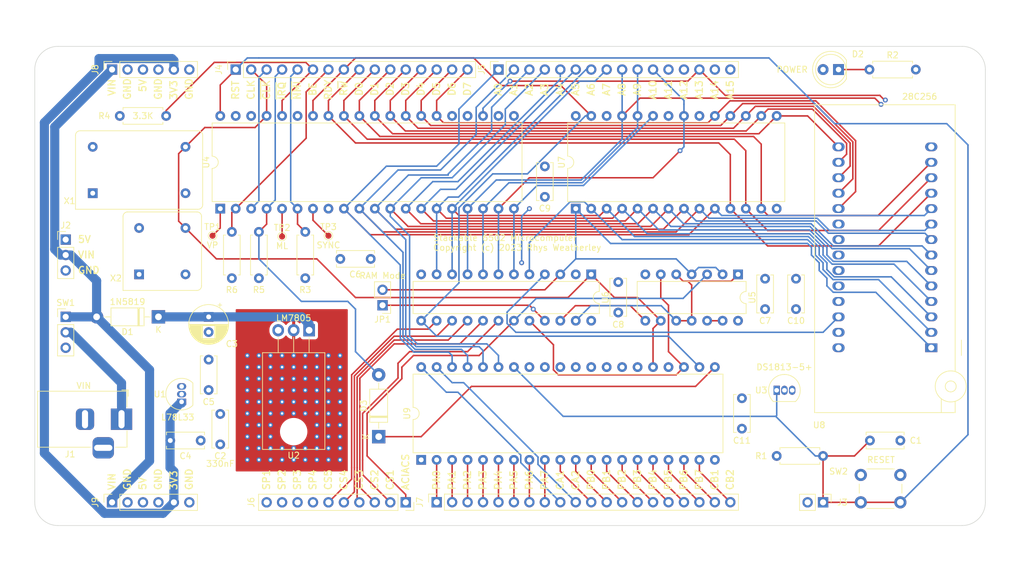
<source format=kicad_pcb>
(kicad_pcb (version 20221018) (generator pcbnew)
  (layers (0 "F.Cu" signal) (1 "In1.Cu" signal) (2 "In2.Cu" signal) (31 "B.Cu" signal) (34 "B.Paste" user) (35 "F.Paste" user) (36 "B.SilkS" user "B.Silkscreen") (37 "F.SilkS" user "F.Silkscreen") (38 "B.Mask" user) (39 "F.Mask" user) (44 "Edge.Cuts" user))
  (net 0 "")
  (net 1 "Net-(D1-K)")
  (net 2 "GND")
  (net 3 "+5V")
  (net 4 "RESET")
  (net 5 "VDD")
  (net 6 "Net-(D2-K)")
  (net 7 "Net-(SW1-B)")
  (net 9 "d0")
  (net 10 "d1")
  (net 11 "d2")
  (net 12 "d3")
  (net 13 "d4")
  (net 14 "d5")
  (net 15 "d6")
  (net 16 "d7")
  (net 17 "a0")
  (net 18 "a1")
  (net 19 "a2")
  (net 20 "a3")
  (net 21 "a4")
  (net 22 "a5")
  (net 23 "a6")
  (net 24 "a7")
  (net 25 "a8")
  (net 26 "a9")
  (net 27 "a10")
  (net 28 "a11")
  (net 29 "a12")
  (net 30 "a13")
  (net 31 "a14")
  (net 32 "a15")
  (net 33 "ROMCS")
  (net 34 "RAMCS")
  (net 35 "RAMOE")
  (net 36 "VIACS")
  (net 37 "ACIACS")
  (net 38 "IOCS1")
  (net 39 "IOCS2")
  (net 40 "IOCS3")
  (net 41 "IOCS4")
  (net 42 "IOCS5")
  (net 43 "CLK")
  (net 44 "nCLK")
  (net 45 "IRQ")
  (net 46 "NMI")
  (net 47 "RDY")
  (net 48 "BE")
  (net 49 "+3V3")
  (net 51 "RW")
  (net 53 "Net-(D3-K)")
  (net 58 "Net-(J7-Pin_20)")
  (net 59 "Net-(J7-Pin_19)")
  (net 60 "Net-(J7-Pin_18)")
  (net 61 "Net-(J7-Pin_17)")
  (net 62 "Net-(J7-Pin_16)")
  (net 63 "Net-(J7-Pin_15)")
  (net 64 "Net-(J7-Pin_14)")
  (net 65 "Net-(J7-Pin_13)")
  (net 66 "Net-(J7-Pin_12)")
  (net 67 "Net-(J7-Pin_11)")
  (net 68 "Net-(J7-Pin_10)")
  (net 69 "Net-(J7-Pin_9)")
  (net 70 "Net-(J7-Pin_8)")
  (net 71 "Net-(J7-Pin_7)")
  (net 72 "Net-(J7-Pin_6)")
  (net 73 "Net-(J7-Pin_5)")
  (net 74 "Net-(J7-Pin_4)")
  (net 75 "Net-(J7-Pin_3)")
  (net 76 "Net-(J7-Pin_2)")
  (net 77 "Net-(J7-Pin_1)")
  (net 78 "Net-(U4-SYNC)")
  (net 79 "Net-(U4-~{VP})")
  (net 80 "Net-(U4-~{ML})")
  (footprint "Capacitor_THT:C_Disc_D6.0mm_W2.5mm_P5.00mm" (layer "F.Cu") (at 91.44 87.075 -90)
    (fp_text reference "C2")
    (fp_text value "330nF")
  )
  (footprint "Package_DIP:DIP-40_W15.24mm" (layer "F.Cu") (at 91.44 53.34 90)
    (fp_text reference "U4")
    (fp_text value "W65C02SxP")
  )
  (footprint "Connector_PinSocket_2.54mm:PinSocket_1x16_P2.54mm_Vertical" (layer "F.Cu") (at 93.98 30.48 90)
    (fp_text reference "J4")
    (fp_text value "Control and Data" hide)
  )
  (footprint "MountingHole:MountingHole_3.2mm_M3" (layer "F.Cu") (at 64.77 30.48)
    (fp_text reference "H1" hide)
    (fp_text value "Hole1")
  )
  (footprint "Resistor_THT:R_Axial_DIN0207_L6.3mm_D2.5mm_P7.62mm_Horizontal" (layer "F.Cu") (at 74.93 38.1)
    (fp_text reference "R4")
    (fp_text value "3.3K")
  )
  (footprint "Capacitor_THT:CP_Radial_D6.3mm_P2.50mm" (layer "F.Cu") (at 89.535 71.12 -90)
    (fp_text reference "C3")
    (fp_text value "47uF")
  )
  (footprint "MountingHole:MountingHole_3.2mm_M3" (layer "F.Cu") (at 213.36 30.48)
    (fp_text reference "H2" hide)
    (fp_text value "Hole2")
  )
  (footprint "Resistor_THT:R_Axial_DIN0207_L6.3mm_D2.5mm_P7.62mm_Horizontal" (layer "F.Cu") (at 93.345 64.77 90)
    (fp_text reference "R6")
    (fp_text value "3.3K")
  )
  (footprint "MountingHole:MountingHole_3.2mm_M3" (layer "F.Cu") (at 213.36 101.6)
    (fp_text reference "H4" hide)
    (fp_text value "Hole4")
  )
  (footprint "Connector_PinSocket_2.54mm:PinSocket_1x16_P2.54mm_Vertical" (layer "F.Cu") (at 137.16 30.48 90)
    (fp_text reference "J5")
    (fp_text value "Address Bus" hide)
  )
  (footprint "Connector_PinSocket_2.54mm:PinSocket_1x20_P2.54mm_Vertical" (layer "F.Cu") (at 127 101.575 90)
    (fp_text reference "J7")
    (fp_text value "PA/PB" hide)
  )
  (footprint "Capacitor_THT:C_Disc_D6.0mm_W2.5mm_P5.00mm" (layer "F.Cu") (at 180.975 69.85 90)
    (fp_text reference "C7")
    (fp_text value "100nF")
  )
  (footprint "Oscillator:Oscillator_DIP-14" (layer "F.Cu") (at 70.485 50.8)
    (fp_text reference "X1")
    (fp_text value "XTAL")
  )
  (footprint "Resistor_THT:R_Axial_DIN0207_L6.3mm_D2.5mm_P7.62mm_Horizontal" (layer "F.Cu") (at 97.79 64.77 90)
    (fp_text reference "R5")
    (fp_text value "10K")
  )
  (footprint "Connector_PinHeader_2.54mm:PinHeader_1x02_P2.54mm_Vertical" (layer "F.Cu") (at 118.11 69.215 180)
    (fp_text reference "JP1")
    (fp_text value "RAM Mode")
  )
  (footprint "Connector_PinSocket_2.54mm:PinSocket_1x10_P2.54mm_Vertical" (layer "F.Cu") (at 121.92 101.6 -90)
    (fp_text reference "J6")
    (fp_text value "Chip Selects" hide)
  )
  (footprint "Package_DIP:DIP-14_W7.62mm" (layer "F.Cu") (at 176.53 64.135 -90)
    (fp_text reference "U5")
    (fp_text value "74LS00")
  )
  (footprint "Capacitor_THT:C_Disc_D6.0mm_W2.5mm_P5.00mm" (layer "F.Cu") (at 83.225 91.44)
    (fp_text reference "C4")
    (fp_text value "100nF")
  )
  (footprint "Package_DIP:DIP-24_W7.62mm" (layer "F.Cu") (at 152.4 64.135 -90)
    (fp_text reference "U6")
    (fp_text value "ATF22V10C")
  )
  (footprint "MountingHole:MountingHole_3.2mm_M3" (layer "F.Cu") (at 64.77 101.6)
    (fp_text reference "H3" hide)
    (fp_text value "Hole3")
  )
  (footprint "Capacitor_THT:C_Disc_D6.0mm_W2.5mm_P5.00mm" (layer "F.Cu") (at 198.2 91.44)
    (fp_text reference "C1")
    (fp_text value "100nF")
  )
  (footprint "Package_TO_SOT_THT:TO-220-3_Horizontal_TabDown" (layer "F.Cu") (at 106.045 73.32 180)
    (fp_text reference "U2")
    (fp_text value "LM7805")
  )
  (footprint "Resistor_THT:R_Axial_DIN0207_L6.3mm_D2.5mm_P7.62mm_Horizontal" (layer "F.Cu") (at 198.12 30.48)
    (fp_text reference "R2")
    (fp_text value "220R")
  )
  (footprint "TestPoint:TestPoint_Pad_D1.0mm" (layer "F.Cu") (at 90.17 57.785)
    (fp_text reference "TP1")
    (fp_text value "VP")
  )
  (footprint "Button_Switch_THT:SW_PUSH_6mm_H5mm" (layer "F.Cu") (at 196.7 97.1)
    (fp_text reference "SW2")
    (fp_text value "RESET")
  )
  (footprint "Package_DIP:DIP-28_W15.24mm" (layer "F.Cu") (at 149.86 53.34 90)
    (fp_text reference "U7")
    (fp_text value "62256")
  )
  (footprint "Capacitor_THT:C_Disc_D6.0mm_W2.5mm_P5.00mm" (layer "F.Cu") (at 144.78 46.395 -90)
    (fp_text reference "C9")
    (fp_text value "100nF")
  )
  (footprint "TestPoint:TestPoint_Pad_D1.0mm" (layer "F.Cu") (at 109.22 57.785)
    (fp_text reference "TP3")
    (fp_text value "SYNC")
  )
  (footprint "Resistor_THT:R_Axial_DIN0207_L6.3mm_D2.5mm_P7.62mm_Horizontal" (layer "F.Cu") (at 182.88 93.98)
    (fp_text reference "R1")
    (fp_text value "1K")
  )
  (footprint "Package_TO_SOT_THT:TO-92_Inline" (layer "F.Cu") (at 182.88 83.185)
    (fp_text reference "U3")
    (fp_text value "DS1813-5+")
  )
  (footprint "Connector_PinHeader_2.54mm:PinHeader_1x03_P2.54mm_Vertical" (layer "F.Cu") (at 66.04 71.12)
    (fp_text reference "SW1")
    (fp_text value "POWER")
  )
  (footprint "Connector_PinHeader_2.54mm:PinHeader_1x03_P2.54mm_Vertical" (layer "F.Cu") (at 66.04 58.42)
    (fp_text reference "J2")
    (fp_text value "PWRALT")
  )
  (footprint "Capacitor_THT:C_Disc_D6.0mm_W2.5mm_P5.00mm" (layer "F.Cu") (at 111.165 61.595)
    (fp_text reference "C6")
    (fp_text value "100nF")
  )
  (footprint "Connector_BarrelJack:BarrelJack_Horizontal" (layer "F.Cu") (at 75.215 87.9425)
    (fp_text reference "J1")
    (fp_text value "VIN")
  )
  (footprint "Resistor_THT:R_Axial_DIN0207_L6.3mm_D2.5mm_P7.62mm_Horizontal" (layer "F.Cu") (at 105.41 64.77 90)
    (fp_text reference "R3")
    (fp_text value "10K")
  )
  (footprint "Capacitor_THT:C_Disc_D6.0mm_W2.5mm_P5.00mm" (layer "F.Cu") (at 89.535 83.145 90)
    (fp_text reference "C5")
    (fp_text value "100nF")
  )
  (footprint "Diode_THT:D_DO-41_SOD81_P10.16mm_Horizontal" (layer "F.Cu") (at 81.28 71.12 180)
    (fp_text reference "D1")
    (fp_text value "1N5819")
  )
  (footprint "Package_DIP:DIP-40_W15.24mm" (layer "F.Cu") (at 124.46 94.615 90)
    (fp_text reference "U9")
    (fp_text value "W65C22NxP")
  )
  (footprint "Package_TO_SOT_THT:TO-92_Inline" (layer "F.Cu") (at 85.09 85.09 90)
    (fp_text reference "U1")
    (fp_text value "L78L33")
  )
  (footprint "Capacitor_THT:C_Disc_D6.0mm_W2.5mm_P5.00mm" (layer "F.Cu") (at 156.845 70.405 90)
    (fp_text reference "C8")
    (fp_text value "100nF")
  )
  (footprint "LED_THT:LED_D5.0mm" (layer "F.Cu") (at 193.04 30.48 180)
    (fp_text reference "D2")
    (fp_text value "POWER")
  )
  (footprint "Capacitor_THT:C_Disc_D6.0mm_W2.5mm_P5.00mm" (layer "F.Cu") (at 186.055 69.85 90)
    (fp_text reference "C10")
    (fp_text value "100nF")
  )
  (footprint "TestPoint:TestPoint_Pad_D1.0mm" (layer "F.Cu") (at 101.6 57.91)
    (fp_text reference "TP2")
    (fp_text value "ML")
  )
  (footprint "Capacitor_THT:C_Disc_D6.0mm_W2.5mm_P5.00mm" (layer "F.Cu") (at 177.165 89.495 90)
    (fp_text reference "C11")
    (fp_text value "100nF")
  )
  (footprint "Connector_PinHeader_2.54mm:PinHeader_1x02_P2.54mm_Vertical" (layer "F.Cu") (at 190.5 101.6 -90)
    (fp_text reference "J3")
    (fp_text value "RESET")
  )
  (footprint "Connector_PinSocket_2.54mm:PinSocket_1x06_P2.54mm_Vertical" (layer "F.Cu") (at 73.66 101.6 90)
    (fp_text reference "J9")
    (fp_text value "Power" hide)
  )
  (footprint "Socket:DIP_Socket-28_W11.9_W12.7_W15.24_W17.78_W18.5_3M_228-1277-00-0602J" (layer "F.Cu") (at 208.28 76.2 180)
    (fp_text reference "U8")
    (fp_text value "28C256")
  )
  (footprint "Connector_PinSocket_2.54mm:PinSocket_1x06_P2.54mm_Vertical" (layer "F.Cu") (at 73.66 30.48 90)
    (fp_text reference "J8")
    (fp_text value "Power" hide)
  )
  (footprint "Diode_THT:D_DO-41_SOD81_P10.16mm_Horizontal" (layer "F.Cu") (at 117.475 90.805 90)
    (fp_text reference "D3")
    (fp_text value "SB140")
  )
  (footprint "Oscillator:Oscillator_DIP-8" (layer "F.Cu") (at 78.105 64.135)
    (fp_text reference "X2")
    (fp_text value "XTAL_ALT")
  )
  (gr_line (start 64.77 26.67) (end 213.36 26.67) (stroke (width 0.1)) (layer "Edge.Cuts"))
  (gr_arc (start 213.36 26.67) (mid 216.054077 27.785923) (end 217.17 30.48) (stroke (width 0.1)) (layer "Edge.Cuts"))
  (gr_arc (start 64.77 105.41) (mid 62.075923 104.294077) (end 60.96 101.6) (stroke (width 0.1)) (layer "Edge.Cuts"))
  (gr_line (start 60.96 101.6) (end 60.96 30.48) (stroke (width 0.1)) (layer "Edge.Cuts"))
  (gr_line (start 217.17 30.48) (end 217.17 101.6) (stroke (width 0.1)) (layer "Edge.Cuts"))
  (gr_line (start 213.36 105.41) (end 64.77 105.41) (stroke (width 0.1)) (layer "Edge.Cuts"))
  (gr_arc (start 217.17 101.6) (mid 216.054077 104.294077) (end 213.36 105.41) (stroke (width 0.1)) (layer "Edge.Cuts"))
  (gr_arc (start 60.96 30.48) (mid 62.075923 27.785923) (end 64.77 26.67) (stroke (width 0.1)) (layer "Edge.Cuts"))
  (gr_text "A7" (at 155.575 34.925 90) (layer "F.SilkS") (effects (font (size 1.15 1.15) (thickness 0.2) bold) (justify left bottom)))
  (gr_text "A4" (at 147.955 34.925 90) (layer "F.SilkS") (effects (font (size 1.15 1.15) (thickness 0.2) bold) (justify left bottom)))
  (gr_text "PB4" (at 163.195 99.695 90) (layer "F.SilkS") (effects (font (size 1.15 1.15) (thickness 0.2) bold) (justify left bottom)))
  (gr_text "PA4" (at 137.795 99.695 90) (layer "F.SilkS") (effects (font (size 1.15 1.15) (thickness 0.2) bold) (justify left bottom)))
  (gr_text "3V3" (at 84.455 99.695 90) (layer "F.SilkS") (effects (font (size 1.15 1.15) (thickness 0.2) bold) (justify left bottom)))
  (gr_text "A11" (at 165.735 35.56 90) (layer "F.SilkS") (effects (font (size 1.15 1.15) (thickness 0.2) bold) (justify left bottom)))
  (gr_text "CS4" (at 112.395 99.695 90) (layer "F.SilkS") (effects (font (size 1.15 1.15) (thickness 0.2) bold) (justify left bottom)))
  (gr_text "PB6" (at 168.275 99.695 90) (layer "F.SilkS") (effects (font (size 1.15 1.15) (thickness 0.2) bold) (justify left bottom)))
  (gr_text "R~{W}" (at 112.395 34.925 90) (layer "F.SilkS") (effects (font (size 1.15 1.15) (thickness 0.2) bold) (justify left bottom)))
  (gr_text "BE" (at 107.315 34.925 90) (layer "F.SilkS") (effects (font (size 1.15 1.15) (thickness 0.2) bold) (justify left bottom)))
  (gr_text "A8" (at 158.115 34.925 90) (layer "F.SilkS") (effects (font (size 1.15 1.15) (thickness 0.2) bold) (justify left bottom)))
  (gr_text "GND" (at 86.995 99.695 90) (layer "F.SilkS") (effects (font (size 1.15 1.15) (thickness 0.2) bold) (justify left bottom)))
  (gr_text "PB7" (at 170.815 99.695 90) (layer "F.SilkS") (effects (font (size 1.15 1.15) (thickness 0.2) bold) (justify left bottom)))
  (gr_text "PB3" (at 160.655 99.695 90) (layer "F.SilkS") (effects (font (size 1.15 1.15) (thickness 0.2) bold) (justify left bottom)))
  (gr_text "SP1" (at 99.695 99.695 90) (layer "F.SilkS") (effects (font (size 1.15 1.15) (thickness 0.2) bold) (justify left bottom)))
  (gr_text "5V" (at 67.945 59.055) (layer "F.SilkS") (effects (font (size 1.15 1.15) (thickness 0.2) bold) (justify left bottom)))
  (gr_text "RDY" (at 109.855 35.56 90) (layer "F.SilkS") (effects (font (size 1.15 1.15) (thickness 0.2) bold) (justify left bottom)))
  (gr_text "A13" (at 170.815 35.56 90) (layer "F.SilkS") (effects (font (size 1.15 1.15) (thickness 0.2) bold) (justify left bottom)))
  (gr_text "ACIACS" (at 122.555 99.695 90) (layer "F.SilkS") (effects (font (size 1.15 1.15) (thickness 0.2) bold) (justify left bottom)))
  (gr_text "~{CLK}" (at 99.695 35.56 90) (layer "F.SilkS") (effects (font (size 1.15 1.15) (thickness 0.2) bold) (justify left bottom)))
  (gr_text "Stackable 6502 Microcomputer\nCopyright (c) 2023 Rhys Weatherley" (at 126.365 60.325) (layer "F.SilkS") (effects (font (size 1 1)) (justify left bottom)))
  (gr_text "A14" (at 173.355 35.56 90) (layer "F.SilkS") (effects (font (size 1.15 1.15) (thickness 0.2) bold) (justify left bottom)))
  (gr_text "GND" (at 76.835 99.695 90) (layer "F.SilkS") (effects (font (size 1.15 1.15) (thickness 0.2) bold) (justify left bottom)))
  (gr_text "PA3" (at 135.255 99.695 90) (layer "F.SilkS") (effects (font (size 1.15 1.15) (thickness 0.2) bold) (justify left bottom)))
  (gr_text "CS3" (at 114.935 99.695 90) (layer "F.SilkS") (effects (font (size 1.15 1.15) (thickness 0.2) bold) (justify left bottom)))
  (gr_text "D5" (at 127.635 34.925 90) (layer "F.SilkS") (effects (font (size 1.15 1.15) (thickness 0.2) bold) (justify left bottom)))
  (gr_text "A0" (at 137.795 34.925 90) (layer "F.SilkS") (effects (font (size 1.15 1.15) (thickness 0.2) bold) (justify left bottom)))
  (gr_text "PA1" (at 130.175 99.695 90) (layer "F.SilkS") (effects (font (size 1.15 1.15) (thickness 0.2) bold) (justify left bottom)))
  (gr_text "PB0" (at 153.035 99.695 90) (layer "F.SilkS") (effects (font (size 1.15 1.15) (thickness 0.2) bold) (justify left bottom)))
  (gr_text "PB5" (at 165.735 99.695 90) (layer "F.SilkS") (effects (font (size 1.15 1.15) (thickness 0.2) bold) (justify left bottom)))
  (gr_text "PA6" (at 142.875 99.695 90) (layer "F.SilkS") (effects (font (size 1.15 1.15) (thickness 0.2) bold) (justify left bottom)))
  (gr_text "A2" (at 142.875 34.925 90) (layer "F.SilkS") (effects (font (size 1.15 1.15) (thickness 0.2) bold) (justify left bottom)))
  (gr_text "PA5" (at 140.335 99.695 90) (layer "F.SilkS") (effects (font (size 1.15 1.15) (thickness 0.2) bold) (justify left bottom)))
  (gr_text "CB1" (at 173.355 99.695 90) (layer "F.SilkS") (effects (font (size 1.15 1.15) (thickness 0.2) bold) (justify left bottom)))
  (gr_text "SP4" (at 107.315 99.695 90) (layer "F.SilkS") (effects (font (size 1.15 1.15) (thickness 0.2) bold) (justify left bottom)))
  (gr_text "CS5" (at 109.855 99.695 90) (layer "F.SilkS") (effects (font (size 1.15 1.15) (thickness 0.2) bold) (justify left bottom)))
  (gr_text "VIN" (at 74.295 34.925 90) (layer "F.SilkS") (effects (font (size 1.15 1.15) (thickness 0.2) bold) (justify left bottom)))
  (gr_text "CB2" (at 175.895 99.695 90) (layer "F.SilkS") (effects (font (size 1.15 1.15) (thickness 0.2) bold) (justify left bottom)))
  (gr_text "A3" (at 145.415 34.925 90) (layer "F.SilkS") (effects (font (size 1.15 1.15) (thickness 0.2) bold) (justify left bottom)))
  (gr_text "GND" (at 86.995 35.56 90) (layer "F.SilkS") (effects (font (size 1.15 1.15) (thickness 0.2) bold) (justify left bottom)))
  (gr_text "PA2" (at 132.715 99.695 90) (layer "F.SilkS") (effects (font (size 1.15 1.15) (thickness 0.2) bold) (justify left bottom)))
  (gr_text "A15" (at 175.895 35.56 90) (layer "F.SilkS") (effects (font (size 1.15 1.15) (thickness 0.2) bold) (justify left bottom)))
  (gr_text "CA1" (at 147.955 99.695 90) (layer "F.SilkS") (effects (font (size 1.15 1.15) (thickness 0.2) bold) (justify left bottom)))
  (gr_text "D2" (at 120.015 34.925 90) (layer "F.SilkS") (effects (font (size 1.15 1.15) (thickness 0.2) bold) (justify left bottom)))
  (gr_text "A6" (at 153.035 34.925 90) (layer "F.SilkS") (effects (font (size 1.15 1.15) (thickness 0.2) bold) (justify left bottom)))
  (gr_text "VIN" (at 74.295 99.695 90) (layer "F.SilkS") (effects (font (size 1.15 1.15) (thickness 0.2) bold) (justify left bottom)))
  (gr_text "D3" (at 122.555 34.925 90) (layer "F.SilkS") (effects (font (size 1.15 1.15) (thickness 0.2) bold) (justify left bottom)))
  (gr_text "D7" (at 132.715 34.925 90) (layer "F.SilkS") (effects (font (size 1.15 1.15) (thickness 0.2) bold) (justify left bottom)))
  (gr_text "D6" (at 130.175 34.925 90) (layer "F.SilkS") (effects (font (size 1.15 1.15) (thickness 0.2) bold) (justify left bottom)))
  (gr_text "A1" (at 140.335 34.925 90) (layer "F.SilkS") (effects (font (size 1.15 1.15) (thickness 0.2) bold) (justify left bottom)))
  (gr_text "GND" (at 67.945 64.135) (layer "F.SilkS") (effects (font (size 1.15 1.15) (thickness 0.2) bold) (justify left bottom)))
  (gr_text "GND" (at 81.915 99.695 90) (layer "F.SilkS") (effects (font (size 1.15 1.15) (thickness 0.2) bold) (justify left bottom)))
  (gr_text "SP3" (at 104.775 99.695 90) (layer "F.SilkS") (effects (font (size 1.15 1.15) (thickness 0.2) bold) (justify left bottom)))
  (gr_text "D0" (at 114.935 34.925 90) (layer "F.SilkS") (effects (font (size 1.15 1.15) (thickness 0.2) bold) (justify left bottom)))
  (gr_text "PB1" (at 155.575 99.695 90) (layer "F.SilkS") (effects (font (size 1.15 1.15) (thickness 0.2) bold) (justify left bottom)))
  (gr_text "CA2" (at 150.495 99.695 90) (layer "F.SilkS") (effects (font (size 1.15 1.15) (thickness 0.2) bold) (justify left bottom)))
  (gr_text "A9" (at 160.655 34.925 90) (layer "F.SilkS") (effects (font (size 1.15 1.15) (thickness 0.2) bold) (justify left bottom)))
  (gr_text "A12" (at 168.275 35.56 90) (layer "F.SilkS") (effects (font (size 1.15 1.15) (thickness 0.2) bold) (justify left bottom)))
  (gr_text "5V" (at 79.375 34.29 90) (layer "F.SilkS") (effects (font (size 1.15 1.15) (thickness 0.2) bold) (justify left bottom)))
  (gr_text "~{NMI}" (at 104.775 35.56 90) (layer "F.SilkS") (effects (font (size 1.15 1.15) (thickness 0.2) bold) (justify left bottom)))
  (gr_text "D1" (at 117.475 34.925 90) (layer "F.SilkS") (effects (font (size 1.15 1.15) (thickness 0.2) bold) (justify left bottom)))
  (gr_text "PB2" (at 158.115 99.695 90) (layer "F.SilkS") (effects (font (size 1.15 1.15) (thickness 0.2) bold) (justify left bottom)))
  (gr_text "RST" (at 94.615 35.56 90) (layer "F.SilkS") (effects (font (size 1.15 1.15) (thickness 0.2) bold) (justify left bottom)))
  (gr_text "GND" (at 81.915 35.56 90) (layer "F.SilkS") (effects (font (size 1.15 1.15) (thickness 0.2) bold) (justify left bottom)))
  (gr_text "A5" (at 150.495 34.925 90) (layer "F.SilkS") (effects (font (size 1.15 1.15) (thickness 0.2) bold) (justify left bottom)))
  (gr_text "VIN" (at 67.945 61.595) (layer "F.SilkS") (effects (font (size 1.15 1.15) (thickness 0.2) bold) (justify left bottom)))
  (gr_text "~{IRQ}" (at 102.235 35.56 90) (layer "F.SilkS") (effects (font (size 1.15 1.15) (thickness 0.2) bold) (justify left bottom)))
  (gr_text "GND" (at 76.835 35.56 90) (layer "F.SilkS") (effects (font (size 1.15 1.15) (thickness 0.2) bold) (justify left bottom)))
  (gr_text "PA7" (at 145.415 99.695 90) (layer "F.SilkS") (effects (font (size 1.15 1.15) (thickness 0.2) bold) (justify left bottom)))
  (gr_text "PA0" (at 127.635 99.695 90) (layer "F.SilkS") (effects (font (size 1.15 1.15) (thickness 0.2) bold) (justify left bottom)))
  (gr_text "CS2" (at 117.475 99.695 90) (layer "F.SilkS") (effects (font (size 1.15 1.15) (thickness 0.2) bold) (justify left bottom)))
  (gr_text "A10" (at 163.195 35.56 90) (layer "F.SilkS") (effects (font (size 1.15 1.15) (thickness 0.2) bold) (justify left bottom)))
  (gr_text "D4" (at 125.095 34.925 90) (layer "F.SilkS") (effects (font (size 1.15 1.15) (thickness 0.2) bold) (justify left bottom)))
  (gr_text "CS1" (at 120.015 99.695 90) (layer "F.SilkS") (effects (font (size 1.15 1.15) (thickness 0.2) bold) (justify left bottom)))
  (gr_text "CLK" (at 97.155 35.56 90) (layer "F.SilkS") (effects (font (size 1.15 1.15) (thickness 0.2) bold) (justify left bottom)))
  (gr_text "SP2" (at 102.235 99.695 90) (layer "F.SilkS") (effects (font (size 1.15 1.15) (thickness 0.2) bold) (justify left bottom)))
  (gr_text "3V3" (at 84.455 35.56 90) (layer "F.SilkS") (effects (font (size 1.15 1.15) (thickness 0.2) bold) (justify left bottom)))
  (gr_text "5V" (at 79.375 99.695 90) (layer "F.SilkS") (effects (font (size 1.15 1.15) (thickness 0.2) bold) (justify left bottom)))
  (segment (start 81.28 71.12) (end 89.535 71.12) (width 1.5) (layer "B.Cu") (net 1))
  (segment (start 104.845 71.12) (end 106.045 72.32) (width 1.5) (layer "B.Cu") (net 1))
  (segment (start 106.045 72.32) (end 106.045 73.32) (width 1.5) (layer "B.Cu") (net 1))
  (segment (start 89.535 71.12) (end 104.845 71.12) (width 1.5) (layer "B.Cu") (net 1))
  (via (at 97.79 90.805) (size 0.8) (drill 0.4) (layers "F.Cu" "B.Cu") (net 2))
  (via (at 101.6 86.995) (size 0.8) (drill 0.4) (layers "F.Cu" "B.Cu") (net 2))
  (via (at 103.505 92.71) (size 0.8) (drill 0.4) (layers "F.Cu" "B.Cu") (net 2))
  (via (at 99.695 79.375) (size 0.8) (drill 0.4) (layers "F.Cu" "B.Cu") (net 2))
  (via (at 97.79 86.995) (size 0.8) (drill 0.4) (layers "F.Cu" "B.Cu") (net 2))
  (via (at 101.6 83.185) (size 0.8) (drill 0.4) (layers "F.Cu" "B.Cu") (net 2))
  (via (at 109.22 77.47) (size 0.8) (drill 0.4) (layers "F.Cu" "B.Cu") (net 2))
  (via (at 105.41 83.185) (size 0.8) (drill 0.4) (layers "F.Cu" "B.Cu") (net 2))
  (via (at 111.125 92.71) (size 0.8) (drill 0.4) (layers "F.Cu" "B.Cu") (net 2))
  (via (at 105.41 86.995) (size 0.8) (drill 0.4) (layers "F.Cu" "B.Cu") (net 2))
  (via (at 99.695 83.185) (size 0.8) (drill 0.4) (layers "F.Cu" "B.Cu") (net 2))
  (via (at 103.505 79.375) (size 0.8) (drill 0.4) (layers "F.Cu" "B.Cu") (net 2))
  (via (at 107.315 81.28) (size 0.8) (drill 0.4) (layers "F.Cu" "B.Cu") (net 2))
  (via (at 95.885 92.71) (size 0.8) (drill 0.4) (layers "F.Cu" "B.Cu") (net 2))
  (via (at 99.695 90.805) (size 0.8) (drill 0.4) (layers "F.Cu" "B.Cu") (net 2))
  (via (at 99.695 77.47) (size 0.8) (drill 0.4) (layers "F.Cu" "B.Cu") (net 2))
  (via (at 99.695 85.09) (size 0.8) (drill 0.4) (layers "F.Cu" "B.Cu") (net 2))
  (via (at 97.79 81.28) (size 0.8) (drill 0.4) (layers "F.Cu" "B.Cu") (net 2))
  (via (at 101.6 94.615) (size 0.8) (drill 0.4) (layers "F.Cu" "B.Cu") (net 2))
  (via (at 105.41 79.375) (size 0.8) (drill 0.4) (layers "F.Cu" "B.Cu") (net 2))
  (via (at 107.315 79.375) (size 0.8) (drill 0.4) (layers "F.Cu" "B.Cu") (net 2))
  (via (at 103.505 86.995) (size 0.8) (drill 0.4) (layers "F.Cu" "B.Cu") (net 2))
  (via (at 101.6 92.71) (size 0.8) (drill 0.4) (layers "F.Cu" "B.Cu") (net 2))
  (via (at 97.79 83.185) (size 0.8) (drill 0.4) (layers "F.Cu" "B.Cu") (net 2))
  (via (at 109.22 94.615) (size 0.8) (drill 0.4) (layers "F.Cu" "B.Cu") (net 2))
  (via (at 95.885 79.375) (size 0.8) (drill 0.4) (layers "F.Cu" "B.Cu") (net 2))
  (via (at 95.885 77.47) (size 0.8) (drill 0.4) (layers "F.Cu" "B.Cu") (net 2))
  (via (at 111.125 90.805) (size 0.8) (drill 0.4) (layers "F.Cu" "B.Cu") (net 2))
  (via (at 101.6 85.09) (size 0.8) (drill 0.4) (layers "F.Cu" "B.Cu") (net 2))
  (via (at 95.885 90.805) (size 0.8) (drill 0.4) (layers "F.Cu" "B.Cu") (net 2))
  (via (at 97.79 92.71) (size 0.8) (drill 0.4) (layers "F.Cu" "B.Cu") (net 2))
  (via (at 109.22 81.28) (size 0.8) (drill 0.4) (layers "F.Cu" "B.Cu") (net 2))
  (via (at 95.885 86.995) (size 0.8) (drill 0.4) (layers "F.Cu" "B.Cu") (net 2))
  (via (at 95.885 88.9) (size 0.8) (drill 0.4) (layers "F.Cu" "B.Cu") (net 2))
  (via (at 103.505 81.28) (size 0.8) (drill 0.4) (layers "F.Cu" "B.Cu") (net 2))
  (via (at 97.79 85.09) (size 0.8) (drill 0.4) (layers "F.Cu" "B.Cu") (net 2))
  (via (at 111.125 77.47) (size 0.8) (drill 0.4) (layers "F.Cu" "B.Cu") (net 2))
  (via (at 109.22 88.9) (size 0.8) (drill 0.4) (layers "F.Cu" "B.Cu") (net 2))
  (via (at 99.695 86.995) (size 0.8) (drill 0.4) (layers "F.Cu" "B.Cu") (net 2))
  (via (at 107.315 77.47) (size 0.8) (drill 0.4) (layers "F.Cu" "B.Cu") (net 2))
  (via (at 99.695 88.9) (size 0.8) (drill 0.4) (layers "F.Cu" "B.Cu") (net 2))
  (via (at 105.41 77.47) (size 0.8) (drill 0.4) (layers "F.Cu" "B.Cu") (net 2))
  (via (at 101.6 77.47) (size 0.8) (drill 0.4) (layers "F.Cu" "B.Cu") (net 2))
  (via (at 99.695 81.28) (size 0.8) (drill 0.4) (layers "F.Cu" "B.Cu") (net 2))
  (via (at 95.885 83.185) (size 0.8) (drill 0.4) (layers "F.Cu" "B.Cu") (net 2))
  (via (at 95.885 81.28) (size 0.8) (drill 0.4) (layers "F.Cu" "B.Cu") (net 2))
  (via (at 111.125 81.28) (size 0.8) (drill 0.4) (layers "F.Cu" "B.Cu") (net 2))
  (via (at 95.885 94.615) (size 0.8) (drill 0.4) (layers "F.Cu" "B.Cu") (net 2))
  (via (at 99.695 94.615) (size 0.8) (drill 0.4) (layers "F.Cu" "B.Cu") (net 2))
  (via (at 97.79 88.9) (size 0.8) (drill 0.4) (layers "F.Cu" "B.Cu") (net 2))
  (via (at 103.505 83.185) (size 0.8) (drill 0.4) (layers "F.Cu" "B.Cu") (net 2))
  (via (at 109.22 90.805) (size 0.8) (drill 0.4) (layers "F.Cu" "B.Cu") (net 2))
  (via (at 111.125 83.185) (size 0.8) (drill 0.4) (layers "F.Cu" "B.Cu") (net 2))
  (via (at 101.6 79.375) (size 0.8) (drill 0.4) (layers "F.Cu" "B.Cu") (net 2))
  (via (at 111.125 79.375) (size 0.8) (drill 0.4) (layers "F.Cu" "B.Cu") (net 2))
  (via (at 107.315 90.805) (size 0.8) (drill 0.4) (layers "F.Cu" "B.Cu") (net 2))
  (via (at 103.505 94.615) (size 0.8) (drill 0.4) (layers "F.Cu" "B.Cu") (net 2))
  (via (at 103.505 85.09) (size 0.8) (drill 0.4) (layers "F.Cu" "B.Cu") (net 2))
  (via (at 107.315 94.615) (size 0.8) (drill 0.4) (layers "F.Cu" "B.Cu") (net 2))
  (via (at 107.315 83.185) (size 0.8) (drill 0.4) (layers "F.Cu" "B.Cu") (net 2))
  (via (at 99.695 92.71) (size 0.8) (drill 0.4) (layers "F.Cu" "B.Cu") (net 2))
  (via (at 109.22 92.71) (size 0.8) (drill 0.4) (layers "F.Cu" "B.Cu") (net 2))
  (via (at 105.41 92.71) (size 0.8) (drill 0.4) (layers "F.Cu" "B.Cu") (net 2))
  (via (at 111.125 88.9) (size 0.8) (drill 0.4) (layers "F.Cu" "B.Cu") (net 2))
  (via (at 97.79 79.375) (size 0.8) (drill 0.4) (layers "F.Cu" "B.Cu") (net 2))
  (via (at 97.79 77.47) (size 0.8) (drill 0.4) (layers "F.Cu" "B.Cu") (net 2))
  (via (at 107.315 85.09) (size 0.8) (drill 0.4) (layers "F.Cu" "B.Cu") (net 2))
  (via (at 107.315 86.995) (size 0.8) (drill 0.4) (layers "F.Cu" "B.Cu") (net 2))
  (via (at 109.22 83.185) (size 0.8) (drill 0.4) (layers "F.Cu" "B.Cu") (net 2))
  (via (at 109.22 85.09) (size 0.8) (drill 0.4) (layers "F.Cu" "B.Cu") (net 2))
  (via (at 107.315 92.71) (size 0.8) (drill 0.4) (layers "F.Cu" "B.Cu") (net 2))
  (via (at 107.315 88.9) (size 0.8) (drill 0.4) (layers "F.Cu" "B.Cu") (net 2))
  (via (at 101.6 81.28) (size 0.8) (drill 0.4) (layers "F.Cu" "B.Cu") (net 2))
  (via (at 109.22 79.375) (size 0.8) (drill 0.4) (layers "F.Cu" "B.Cu") (net 2))
  (via (at 105.41 94.615) (size 0.8) (drill 0.4) (layers "F.Cu" "B.Cu") (net 2))
  (via (at 95.885 85.09) (size 0.8) (drill 0.4) (layers "F.Cu" "B.Cu") (net 2))
  (via (at 111.125 86.995) (size 0.8) (drill 0.4) (layers "F.Cu" "B.Cu") (net 2))
  (via (at 111.125 85.09) (size 0.8) (drill 0.4) (layers "F.Cu" "B.Cu") (net 2))
  (via (at 103.505 77.47) (size 0.8) (drill 0.4) (layers "F.Cu" "B.Cu") (net 2))
  (via (at 105.41 85.09) (size 0.8) (drill 0.4) (layers "F.Cu" "B.Cu") (net 2))
  (via (at 97.79 94.615) (size 0.8) (drill 0.4) (layers "F.Cu" "B.Cu") (net 2))
  (via (at 109.22 86.995) (size 0.8) (drill 0.4) (layers "F.Cu" "B.Cu") (net 2))
  (via (at 111.125 94.615) (size 0.8) (drill 0.4) (layers "F.Cu" "B.Cu") (net 2))
  (via (at 105.41 81.28) (size 0.8) (drill 0.4) (layers "F.Cu" "B.Cu") (net 2))
  (segment (start 91.44 38.1) (end 91.44 33.02) (width 0.25) (layer "F.Cu") (net 4))
  (segment (start 203.2 101.6) (end 196.7 101.6) (width 0.25) (layer "F.Cu") (net 4))
  (segment (start 190.5 101.6) (end 196.7 101.6) (width 0.25) (layer "F.Cu") (net 4))
  (segment (start 190.5 93.98) (end 195.66 93.98) (width 0.25) (layer "F.Cu") (net 4))
  (segment (start 190.5 93.98) (end 190.5 101.6) (width 0.25) (layer "F.Cu") (net 4))
  (segment (start 195.66 93.98) (end 198.2 91.44) (width 0.25) (layer "F.Cu") (net 4))
  (segment (start 91.44 33.02) (end 93.98 30.48) (width 0.25) (layer "F.Cu") (net 4))
  (segment (start 203.2 101.6) (end 214.3125 90.4875) (width 0.25) (layer "B.Cu") (net 4))
  (segment (start 182.88 83.185) (end 182.88 87.316122) (width 0.25) (layer "B.Cu") (net 4))
  (segment (start 181.61 28.575) (end 97.79 28.575) (width 0.25) (layer "B.Cu") (net 4))
  (segment (start 214.3125 42.8625) (end 214.3125 90.4875) (width 0.25) (layer "B.Cu") (net 4))
  (segment (start 210.82 39.37) (end 192.405 39.37) (width 0.25) (layer "B.Cu") (net 4))
  (segment (start 182.88 87.316122) (end 182.723061 87.473061) (width 0.25) (layer "B.Cu") (net 4))
  (segment (start 93.98 30.48) (end 95.885 28.575) (width 0.25) (layer "B.Cu") (net 4))
  (segment (start 190.5 93.98) (end 189.23 93.98) (width 0.25) (layer "B.Cu") (net 4))
  (segment (start 95.885 28.575) (end 97.79 28.575) (width 0.25) (layer "B.Cu") (net 4))
  (segment (start 147.798061 87.473061) (end 139.7 79.375) (width 0.25) (layer "B.Cu") (net 4))
  (segment (start 210.82 39.37) (end 214.3125 42.8625) (width 0.25) (layer "B.Cu") (net 4))
  (segment (start 189.23 93.98) (end 182.723061 87.473061) (width 0.25) (layer "B.Cu") (net 4))
  (segment (start 182.723061 87.473061) (end 147.798061 87.473061) (width 0.25) (layer "B.Cu") (net 4))
  (segment (start 192.405 39.37) (end 181.61 28.575) (width 0.25) (layer "B.Cu") (net 4))
  (segment (start 66.04 60.96) (end 65.19 60.96) (width 1.5) (layer "B.Cu") (net 5))
  (segment (start 66.04 71.12) (end 71.12 71.12) (width 1.5) (layer "B.Cu") (net 5))
  (segment (start 79.82 94.805) (end 73.66 100.965) (width 1.5) (layer "B.Cu") (net 5))
  (segment (start 71.12 65.19) (end 66.89 60.96) (width 1.5) (layer "B.Cu") (net 5))
  (segment (start 65.19 60.96) (end 64.24 60.01) (width 1.5) (layer "B.Cu") (net 5))
  (segment (start 71.12 71.12) (end 71.12 65.19) (width 1.5) (layer "B.Cu") (net 5))
  (segment (start 64.24 39.9) (end 73.66 30.48) (width 1.5) (layer "B.Cu") (net 5))
  (segment (start 73.66 100.965) (end 73.66 101.6) (width 1.5) (layer "B.Cu") (net 5))
  (segment (start 79.82 79.82) (end 79.82 94.805) (width 1.5) (layer "B.Cu") (net 5))
  (segment (start 66.89 60.96) (end 66.04 60.96) (width 1.5) (layer "B.Cu") (net 5))
  (segment (start 71.12 71.12) (end 79.82 79.82) (width 1.5) (layer "B.Cu") (net 5))
  (segment (start 64.24 60.01) (end 64.24 39.9) (width 1.5) (layer "B.Cu") (net 5))
  (segment (start 193.04 30.48) (end 198.12 30.48) (width 0.25) (layer "F.Cu") (net 6))
  (segment (start 74.72 81.49) (end 75.215 81.985) (width 1.5) (layer "B.Cu") (net 7))
  (segment (start 74.72 81.49) (end 66.89 73.66) (width 1.5) (layer "B.Cu") (net 7))
  (segment (start 75.215 81.985) (end 75.215 87.9425) (width 1.5) (layer "B.Cu") (net 7))
  (segment (start 66.89 73.66) (end 66.04 73.66) (width 1.5) (layer "B.Cu") (net 7))
  (segment (start 109.22 35.56) (end 114.3 30.48) (width 0.25) (layer "F.Cu") (net 9))
  (segment (start 175.26 53.34) (end 175.26 44.45) (width 0.25) (layer "F.Cu") (net 9))
  (segment (start 175.26 44.45) (end 173.355 42.545) (width 0.25) (layer "F.Cu") (net 9))
  (segment (start 109.22 38.1) (end 109.22 35.56) (width 0.25) (layer "F.Cu") (net 9))
  (segment (start 113.665 42.545) (end 109.22 38.1) (width 0.25) (layer "F.Cu") (net 9))
  (segment (start 199.615 59.465) (end 208.28 50.8) (width 0.25) (layer "F.Cu") (net 9))
  (segment (start 175.26 53.34) (end 181.385 59.465) (width 0.25) (layer "F.Cu") (net 9))
  (segment (start 181.385 59.465) (end 199.615 59.465) (width 0.25) (layer "F.Cu") (net 9))
  (segment (start 173.355 42.545) (end 113.665 42.545) (width 0.25) (layer "F.Cu") (net 9))
  (segment (start 177.8 53.34) (end 177.8 43.815) (width 0.25) (layer "F.Cu") (net 10))
  (segment (start 111.76 38.1) (end 111.76 35.56) (width 0.25) (layer "F.Cu") (net 10))
  (segment (start 175.91 41.925) (end 115.585 41.925) (width 0.25) (layer "F.Cu") (net 10))
  (segment (start 177.8 53.34) (end 181.385 56.925) (width 0.25) (layer "F.Cu") (net 10))
  (segment (start 177.8 43.815) (end 175.91 41.925) (width 0.25) (layer "F.Cu") (net 10))
  (segment (start 111.76 35.56) (end 116.84 30.48) (width 0.25) (layer "F.Cu") (net 10))
  (segment (start 115.585 41.925) (end 111.76 38.1) (width 0.25) (layer "F.Cu") (net 10))
  (segment (start 199.615 56.925) (end 208.28 48.26) (width 0.25) (layer "F.Cu") (net 10))
  (segment (start 181.385 56.925) (end 199.615 56.925) (width 0.25) (layer "F.Cu") (net 10))
  (segment (start 180.34 42.745) (end 179.07 41.475) (width 0.25) (layer "F.Cu") (net 11))
  (segment (start 114.3 35.56) (end 119.38 30.48) (width 0.25) (layer "F.Cu") (net 11))
  (segment (start 179.07 41.475) (end 117.675 41.475) (width 0.25) (layer "F.Cu") (net 11))
  (segment (start 180.34 53.34) (end 180.34 42.745) (width 0.25) (layer "F.Cu") (net 11))
  (segment (start 117.675 41.475) (end 114.3 38.1) (width 0.25) (layer "F.Cu") (net 11))
  (segment (start 199.535 54.465) (end 208.28 45.72) (width 0.25) (layer "F.Cu") (net 11))
  (segment (start 114.3 38.1) (end 114.3 35.56) (width 0.25) (layer "F.Cu") (net 11))
  (segment (start 180.34 53.34) (end 181.465 54.465) (width 0.25) (layer "F.Cu") (net 11))
  (segment (start 181.465 54.465) (end 199.535 54.465) (width 0.25) (layer "F.Cu") (net 11))
  (segment (start 119.765 41.025) (end 116.84 38.1) (width 0.25) (layer "F.Cu") (net 12))
  (segment (start 182.88 38.1) (end 179.955 41.025) (width 0.25) (layer "F.Cu") (net 12))
  (segment (start 187.96 38.1) (end 193.04 43.18) (width 0.25) (layer "F.Cu") (net 12))
  (segment (start 116.84 35.56) (end 121.92 30.48) (width 0.25) (layer "F.Cu") (net 12))
  (segment (start 116.84 38.1) (end 116.84 35.56) (width 0.25) (layer "F.Cu") (net 12))
  (segment (start 179.955 41.025) (end 119.765 41.025) (width 0.25) (layer "F.Cu") (net 12))
  (segment (start 182.88 38.1) (end 187.96 38.1) (width 0.25) (layer "F.Cu") (net 12))
  (segment (start 119.38 35.56) (end 124.46 30.48) (width 0.25) (layer "F.Cu") (net 13))
  (segment (start 119.38 38.1) (end 119.38 35.56) (width 0.25) (layer "F.Cu") (net 13))
  (segment (start 121.855 40.575) (end 119.38 38.1) (width 0.25) (layer "F.Cu") (net 13))
  (segment (start 194.363782 44.396218) (end 193.04 45.72) (width 0.25) (layer "F.Cu") (net 13))
  (segment (start 177.865 40.575) (end 121.855 40.575) (width 0.25) (layer "F.Cu") (net 13))
  (segment (start 180.34 38.1) (end 181.465 36.975) (width 0.25) (layer "F.Cu") (net 13))
  (segment (start 181.465 36.975) (end 188.74 36.975) (width 0.25) (layer "F.Cu") (net 13))
  (segment (start 180.34 38.1) (end 177.865 40.575) (width 0.25) (layer "F.Cu") (net 13))
  (segment (start 188.74 36.975) (end 194.363782 42.598782) (width 0.25) (layer "F.Cu") (net 13))
  (segment (start 194.363782 42.598782) (end 194.363782 44.396218) (width 0.25) (layer "F.Cu") (net 13))
  (segment (start 194.945 46.355) (end 193.04 48.26) (width 0.25) (layer "F.Cu") (net 14))
  (segment (start 194.945 42.543604) (end 194.945 46.355) (width 0.25) (layer "F.Cu") (net 14))
  (segment (start 121.92 38.1) (end 121.92 35.56) (width 0.25) (layer "F.Cu") (net 14))
  (segment (start 188.926396 36.525) (end 194.945 42.543604) (width 0.25) (layer "F.Cu") (net 14))
  (segment (start 123.945 40.125) (end 121.92 38.1) (width 0.25) (layer "F.Cu") (net 14))
  (segment (start 177.8 38.1) (end 175.775 40.125) (width 0.25) (layer "F.Cu") (net 14))
  (segment (start 175.775 40.125) (end 123.945 40.125) (width 0.25) (layer "F.Cu") (net 14))
  (segment (start 121.92 35.56) (end 127 30.48) (width 0.25) (layer "F.Cu") (net 14))
  (segment (start 177.8 38.1) (end 179.375 36.525) (width 0.25) (layer "F.Cu") (net 14))
  (segment (start 179.375 36.525) (end 188.926396 36.525) (width 0.25) (layer "F.Cu") (net 14))
  (segment (start 195.395 42.357208) (end 195.395 48.445) (width 0.25) (layer "F.Cu") (net 15))
  (segment (start 124.46 35.56) (end 129.54 30.48) (width 0.25) (layer "F.Cu") (net 15))
  (segment (start 189.112792 36.075) (end 195.395 42.357208) (width 0.25) (layer "F.Cu") (net 15))
  (segment (start 195.395 48.445) (end 193.04 50.8) (width 0.25) (layer "F.Cu") (net 15))
  (segment (start 173.685 39.675) (end 126.035 39.675) (width 0.25) (layer "F.Cu") (net 15))
  (segment (start 175.26 38.1) (end 177.285 36.075) (width 0.25) (layer "F.Cu") (net 15))
  (segment (start 124.46 38.1) (end 124.46 35.56) (width 0.25) (layer "F.Cu") (net 15))
  (segment (start 177.285 36.075) (end 189.112792 36.075) (width 0.25) (layer "F.Cu") (net 15))
  (segment (start 126.035 39.675) (end 124.46 38.1) (width 0.25) (layer "F.Cu") (net 15))
  (segment (start 175.26 38.1) (end 173.685 39.675) (width 0.25) (layer "F.Cu") (net 15))
  (segment (start 127 38.1) (end 127 35.56) (width 0.25) (layer "F.Cu") (net 16))
  (segment (start 171.595 39.225) (end 128.125 39.225) (width 0.25) (layer "F.Cu") (net 16))
  (segment (start 189.299188 35.625) (end 195.845 42.170812) (width 0.25) (layer "F.Cu") (net 16))
  (segment (start 195.845 42.170812) (end 195.845 50.535) (width 0.25) (layer "F.Cu") (net 16))
  (segment (start 128.125 39.225) (end 127 38.1) (width 0.25) (layer "F.Cu") (net 16))
  (segment (start 175.195 35.625) (end 189.299188 35.625) (width 0.25) (layer "F.Cu") (net 16))
  (segment (start 172.72 38.1) (end 175.195 35.625) (width 0.25) (layer "F.Cu") (net 16))
  (segment (start 195.845 50.535) (end 193.04 53.34) (width 0.25) (layer "F.Cu") (net 16))
  (segment (start 127 35.56) (end 132.08 30.48) (width 0.25) (layer "F.Cu") (net 16))
  (segment (start 172.72 38.1) (end 171.595 39.225) (width 0.25) (layer "F.Cu") (net 16))
  (segment (start 116.035 57.615) (end 111.76 53.34) (width 0.25) (layer "F.Cu") (net 17))
  (segment (start 172.72 53.34) (end 168.445 57.615) (width 0.25) (layer "F.Cu") (net 17))
  (segment (start 168.445 57.615) (end 116.035 57.615) (width 0.25) (layer "F.Cu") (net 17))
  (segment (start 128.985 76.915) (end 123.265812 76.915) (width 0.25) (layer "B.Cu") (net 17))
  (segment (start 130.665 42.69) (end 127 46.355) (width 0.25) (layer "B.Cu") (net 17))
  (segment (start 118.745 46.355) (end 111.76 53.34) (width 0.25) (layer "B.Cu") (net 17))
  (segment (start 129.54 79.375) (end 129.54 77.47) (width 0.25) (layer "B.Cu") (net 17))
  (segment (start 137.16 30.48) (end 130.665 36.975) (width 0.25) (layer "B.Cu") (net 17))
  (segment (start 130.665 36.975) (end 130.665 42.69) (width 0.25) (layer "B.Cu") (net 17))
  (segment (start 123.265812 76.915) (end 121.02 74.669188) (width 0.25) (layer "B.Cu") (net 17))
  (segment (start 129.54 77.47) (end 128.985 76.915) (width 0.25) (layer "B.Cu") (net 17))
  (segment (start 173.845 54.465) (end 172.72 53.34) (width 0.25) (layer "B.Cu") (net 17))
  (segment (start 121.02 62.6) (end 111.76 53.34) (width 0.25) (layer "B.Cu") (net 17))
  (segment (start 127 46.355) (end 118.745 46.355) (width 0.25) (layer "B.Cu") (net 17))
  (segment (start 207.155 54.465) (end 173.845 54.465) (width 0.25) (layer "B.Cu") (net 17))
  (segment (start 208.28 53.34) (end 207.155 54.465) (width 0.25) (layer "B.Cu") (net 17))
  (segment (start 121.02 74.669188) (end 121.02 62.6) (width 0.25) (layer "B.Cu") (net 17))
  (segment (start 166.355 57.165) (end 118.125 57.165) (width 0.25) (layer "F.Cu") (net 18))
  (segment (start 118.125 57.165) (end 114.3 53.34) (width 0.25) (layer "F.Cu") (net 18))
  (segment (start 170.18 53.34) (end 166.355 57.165) (width 0.25) (layer "F.Cu") (net 18))
  (segment (start 127.635 46.99) (end 120.65 46.99) (width 0.25) (layer "B.Cu") (net 18))
  (segment (start 133.495 41.13) (end 127.635 46.99) (width 0.25) (layer "B.Cu") (net 18))
  (segment (start 189.535 54.915) (end 171.755 54.915) (width 0.25) (layer "B.Cu") (net 18))
  (segment (start 208.28 55.88) (end 207.235 56.925) (width 0.25) (layer "B.Cu") (net 18))
  (segment (start 131.075 76.465) (end 132.08 77.47) (width 0.25) (layer "B.Cu") (net 18))
  (segment (start 139.7 30.48) (end 133.495 36.685) (width 0.25) (layer "B.Cu") (net 18))
  (segment (start 191.545 56.925) (end 189.535 54.915) (width 0.25) (layer "B.Cu") (net 18))
  (segment (start 207.235 56.925) (end 191.545 56.925) (width 0.25) (layer "B.Cu") (net 18))
  (segment (start 120.65 46.99) (end 114.3 53.34) (width 0.25) (layer "B.Cu") (net 18))
  (segment (start 123.452208 76.465) (end 131.075 76.465) (width 0.25) (layer "B.Cu") (net 18))
  (segment (start 121.47 60.51) (end 121.47 74.482792) (width 0.25) (layer "B.Cu") (net 18))
  (segment (start 171.755 54.915) (end 170.18 53.34) (width 0.25) (layer "B.Cu") (net 18))
  (segment (start 132.08 77.47) (end 132.08 79.375) (width 0.25) (layer "B.Cu") (net 18))
  (segment (start 121.47 74.482792) (end 123.452208 76.465) (width 0.25) (layer "B.Cu") (net 18))
  (segment (start 114.3 53.34) (end 121.47 60.51) (width 0.25) (layer "B.Cu") (net 18))
  (segment (start 133.495 36.685) (end 133.495 41.13) (width 0.25) (layer "B.Cu") (net 18))
  (segment (start 164.265 56.715) (end 120.215 56.715) (width 0.25) (layer "F.Cu") (net 19))
  (segment (start 167.64 53.34) (end 164.265 56.715) (width 0.25) (layer "F.Cu") (net 19))
  (segment (start 120.215 56.715) (end 116.84 53.34) (width 0.25) (layer "F.Cu") (net 19))
  (segment (start 134.62 79.375) (end 134.62 76.65) (width 0.25) (layer "B.Cu") (net 19))
  (segment (start 136.035 36.685) (end 136.035 40.495) (width 0.25) (layer "B.Cu") (net 19))
  (segment (start 207.235 57.375) (end 191.358604 57.375) (width 0.25) (layer "B.Cu") (net 19))
  (segment (start 121.92 74.296396) (end 121.92 58.42) (width 0.25) (layer "B.Cu") (net 19))
  (segment (start 128.905 47.81) (end 122.37 47.81) (width 0.25) (layer "B.Cu") (net 19))
  (segment (start 191.358604 57.375) (end 189.348604 55.365) (width 0.25) (layer "B.Cu") (net 19))
  (segment (start 128.905 47.625) (end 128.905 47.81) (width 0.25) (layer "B.Cu") (net 19))
  (segment (start 208.28 58.42) (end 207.235 57.375) (width 0.25) (layer "B.Cu") (net 19))
  (segment (start 134.62 76.65) (end 133.985 76.015) (width 0.25) (layer "B.Cu") (net 19))
  (segment (start 122.37 47.81) (end 116.84 53.34) (width 0.25) (layer "B.Cu") (net 19))
  (segment (start 169.665 55.365) (end 167.64 53.34) (width 0.25) (layer "B.Cu") (net 19))
  (segment (start 121.92 58.42) (end 116.84 53.34) (width 0.25) (layer "B.Cu") (net 19))
  (segment (start 123.638604 76.015) (end 121.92 74.296396) (width 0.25) (layer "B.Cu") (net 19))
  (segment (start 136.035 40.495) (end 128.905 47.625) (width 0.25) (layer "B.Cu") (net 19))
  (segment (start 189.348604 55.365) (end 169.665 55.365) (width 0.25) (layer "B.Cu") (net 19))
  (segment (start 142.24 30.48) (end 136.035 36.685) (width 0.25) (layer "B.Cu") (net 19))
  (segment (start 133.985 76.015) (end 123.638604 76.015) (width 0.25) (layer "B.Cu") (net 19))
  (segment (start 162.175 56.265) (end 122.305 56.265) (width 0.25) (layer "F.Cu") (net 20))
  (segment (start 122.305 56.265) (end 119.38 53.34) (width 0.25) (layer "F.Cu") (net 20))
  (segment (start 165.1 53.34) (end 162.175 56.265) (width 0.25) (layer "F.Cu") (net 20))
  (segment (start 123.825 75.565) (end 122.555 74.295) (width 0.25) (layer "B.Cu") (net 20))
  (segment (start 137.16 77.47) (end 135.255 75.565) (width 0.25) (layer "B.Cu") (net 20))
  (segment (start 135.255 75.565) (end 123.825 75.565) (width 0.25) (layer "B.Cu") (net 20))
  (segment (start 144.78 30.48) (end 138.285 36.975) (width 0.25) (layer "B.Cu") (net 20))
  (segment (start 208.28 60.96) (end 206.785 59.465) (width 0.25) (layer "B.Cu") (net 20))
  (segment (start 124.46 48.26) (end 119.38 53.34) (width 0.25) (layer "B.Cu") (net 20))
  (segment (start 137.16 79.375) (end 137.16 77.47) (width 0.25) (layer "B.Cu") (net 20))
  (segment (start 138.285 36.975) (end 138.285 39.515) (width 0.25) (layer "B.Cu") (net 20))
  (segment (start 206.785 59.465) (end 192.18 59.465) (width 0.25) (layer "B.Cu") (net 20))
  (segment (start 122.555 74.295) (end 122.555 57.785) (width 0.25) (layer "B.Cu") (net 20))
  (segment (start 119.38 54.61) (end 119.38 53.34) (width 0.25) (layer "B.Cu") (net 20))
  (segment (start 167.575 55.815) (end 165.1 53.34) (width 0.25) (layer "B.Cu") (net 20))
  (segment (start 192.18 59.465) (end 188.53 55.815) (width 0.25) (layer "B.Cu") (net 20))
  (segment (start 129.54 48.26) (end 124.46 48.26) (width 0.25) (layer "B.Cu") (net 20))
  (segment (start 188.53 55.815) (end 167.575 55.815) (width 0.25) (layer "B.Cu") (net 20))
  (segment (start 122.555 57.785) (end 119.38 54.61) (width 0.25) (layer "B.Cu") (net 20))
  (segment (start 138.285 39.515) (end 129.54 48.26) (width 0.25) (layer "B.Cu") (net 20))
  (segment (start 160.085 55.815) (end 124.395 55.815) (width 0.25) (layer "F.Cu") (net 21))
  (segment (start 124.395 55.815) (end 121.92 53.34) (width 0.25) (layer "F.Cu") (net 21))
  (segment (start 162.56 53.34) (end 160.085 55.815) (width 0.25) (layer "F.Cu") (net 21))
  (segment (start 208.28 63.5) (end 204.695 59.915) (width 0.25) (layer "B.Cu") (net 21))
  (segment (start 147.32 30.48) (end 147.32 32.063878) (width 0.25) (layer "B.Cu") (net 21))
  (segment (start 204.695 59.915) (end 191.993604 59.915) (width 0.25) (layer "B.Cu") (net 21))
  (segment (start 191.993604 59.915) (end 188.343604 56.265) (width 0.25) (layer "B.Cu") (net 21))
  (segment (start 126.365 48.895) (end 121.92 53.34) (width 0.25) (layer "B.Cu") (net 21))
  (segment (start 130.488878 48.895) (end 126.365 48.895) (width 0.25) (layer "B.Cu") (net 21))
  (segment (start 188.343604 56.265) (end 165.485 56.265) (width 0.25) (layer "B.Cu") (net 21))
  (segment (start 147.32 32.063878) (end 130.488878 48.895) (width 0.25) (layer "B.Cu") (net 21))
  (segment (start 165.485 56.265) (end 162.56 53.34) (width 0.25) (layer "B.Cu") (net 21))
  (segment (start 157.995 55.365) (end 126.485 55.365) (width 0.25) (layer "F.Cu") (net 22))
  (segment (start 126.485 55.365) (end 124.46 53.34) (width 0.25) (layer "F.Cu") (net 22))
  (segment (start 160.02 53.34) (end 157.995 55.365) (width 0.25) (layer "F.Cu") (net 22))
  (segment (start 191.135 60.96) (end 192.18 62.005) (width 0.25) (layer "B.Cu") (net 22))
  (segment (start 188.276104 56.833896) (end 191.135 59.692792) (width 0.25) (layer "B.Cu") (net 22))
  (segment (start 130.175 50.165) (end 127.635 50.165) (width 0.25) (layer "B.Cu") (net 22))
  (segment (start 192.18 62.005) (end 204.245 62.005) (width 0.25) (layer "B.Cu") (net 22))
  (segment (start 149.86 30.48) (end 130.175 50.165) (width 0.25) (layer "B.Cu") (net 22))
  (segment (start 127.635 50.165) (end 124.46 53.34) (width 0.25) (layer "B.Cu") (net 22))
  (segment (start 160.02 53.34) (end 163.513896 56.833896) (width 0.25) (layer "B.Cu") (net 22))
  (segment (start 163.513896 56.833896) (end 188.276104 56.833896) (width 0.25) (layer "B.Cu") (net 22))
  (segment (start 191.135 59.692792) (end 191.135 60.96) (width 0.25) (layer "B.Cu") (net 22))
  (segment (start 204.245 62.005) (end 208.28 66.04) (width 0.25) (layer "B.Cu") (net 22))
  (segment (start 157.48 53.34) (end 155.905 54.915) (width 0.25) (layer "F.Cu") (net 23))
  (segment (start 155.905 54.915) (end 128.575 54.915) (width 0.25) (layer "F.Cu") (net 23))
  (segment (start 128.575 54.915) (end 127 53.34) (width 0.25) (layer "F.Cu") (net 23))
  (segment (start 151.55 30.48) (end 130.595 51.435) (width 0.25) (layer "B.Cu") (net 23))
  (segment (start 202.155 62.455) (end 191.993604 62.455) (width 0.25) (layer "B.Cu") (net 23))
  (segment (start 127 52.52) (end 127 53.34) (width 0.25) (layer "B.Cu") (net 23))
  (segment (start 191.993604 62.455) (end 190.497906 60.959302) (width 0.25) (layer "B.Cu") (net 23))
  (segment (start 208.28 68.58) (end 202.155 62.455) (width 0.25) (layer "B.Cu") (net 23))
  (segment (start 127 53.34) (end 127 64.135) (width 0.25) (layer "B.Cu") (net 23))
  (segment (start 161.609594 57.469594) (end 157.48 53.34) (width 0.25) (layer "B.Cu") (net 23))
  (segment (start 128.905 51.435) (end 127 53.34) (width 0.25) (layer "B.Cu") (net 23))
  (segment (start 152.4 30.48) (end 151.55 30.48) (width 0.25) (layer "B.Cu") (net 23))
  (segment (start 188.275406 57.469594) (end 161.609594 57.469594) (width 0.25) (layer "B.Cu") (net 23))
  (segment (start 130.595 51.435) (end 128.905 51.435) (width 0.25) (layer "B.Cu") (net 23))
  (segment (start 190.497906 60.959302) (end 190.497906 59.692094) (width 0.25) (layer "B.Cu") (net 23))
  (segment (start 190.497906 59.692094) (end 188.275406 57.469594) (width 0.25) (layer "B.Cu") (net 23))
  (segment (start 130.665 54.465) (end 129.54 53.34) (width 0.25) (layer "F.Cu") (net 24))
  (segment (start 154.94 53.34) (end 153.815 54.465) (width 0.25) (layer "F.Cu") (net 24))
  (segment (start 153.815 54.465) (end 130.665 54.465) (width 0.25) (layer "F.Cu") (net 24))
  (segment (start 191.135 62.232792) (end 189.862208 60.96) (width 0.25) (layer "B.Cu") (net 24))
  (segment (start 201.705 64.545) (end 192.327576 64.545) (width 0.25) (layer "B.Cu") (net 24))
  (segment (start 150.495 32.385) (end 153.035 32.385) (width 0.25) (layer "B.Cu") (net 24))
  (segment (start 153.035 32.385) (end 154.94 30.48) (width 0.25) (layer "B.Cu") (net 24))
  (segment (start 208.28 71.12) (end 201.705 64.545) (width 0.25) (layer "B.Cu") (net 24))
  (segment (start 192.327576 64.545) (end 191.135 63.352424) (width 0.25) (layer "B.Cu") (net 24))
  (segment (start 188.08901 57.919594) (end 159.519594 57.919594) (width 0.25) (layer "B.Cu") (net 24))
  (segment (start 189.862208 60.96) (end 189.862208 59.692792) (width 0.25) (layer "B.Cu") (net 24))
  (segment (start 129.54 53.34) (end 129.54 64.135) (width 0.25) (layer "B.Cu") (net 24))
  (segment (start 159.519594 57.919594) (end 154.94 53.34) (width 0.25) (layer "B.Cu") (net 24))
  (segment (start 129.54 53.34) (end 150.495 32.385) (width 0.25) (layer "B.Cu") (net 24))
  (segment (start 191.135 63.352424) (end 191.135 62.232792) (width 0.25) (layer "B.Cu") (net 24))
  (segment (start 189.862208 59.692792) (end 188.08901 57.919594) (width 0.25) (layer "B.Cu") (net 24))
  (segment (start 199.005 35.175) (end 200.025 36.195) (width 0.25) (layer "F.Cu") (net 25))
  (segment (start 157.48 38.1) (end 160.405 35.175) (width 0.25) (layer "F.Cu") (net 25))
  (segment (start 160.405 35.175) (end 199.005 35.175) (width 0.25) (layer "F.Cu") (net 25))
  (via (at 200.025 36.195) (size 0.8) (drill 0.4) (layers "F.Cu" "B.Cu") (net 25))
  (segment (start 157.48 41.907208) (end 150.757208 48.63) (width 0.25) (layer "B.Cu") (net 25))
  (segment (start 157.48 38.1) (end 157.48 30.48) (width 0.25) (layer "B.Cu") (net 25))
  (segment (start 157.48 38.1) (end 157.48 41.907208) (width 0.25) (layer "B.Cu") (net 25))
  (segment (start 132.08 53.34) (end 132.08 53.975) (width 0.25) (layer "B.Cu") (net 25))
  (segment (start 132.08 53.34) (end 136.79 48.63) (width 0.25) (layer "B.Cu") (net 25))
  (segment (start 150.757208 48.63) (end 137.425 48.63) (width 0.25) (layer "B.Cu") (net 25))
  (segment (start 132.08 53.975) (end 132.08 64.135) (width 0.25) (layer "B.Cu") (net 25))
  (segment (start 136.79 48.63) (end 137.425 48.63) (width 0.25) (layer "B.Cu") (net 25))
  (segment (start 160.02 38.1) (end 160.02 30.48) (width 0.25) (layer "B.Cu") (net 26))
  (segment (start 150.943604 49.08) (end 160.02 40.003604) (width 0.25) (layer "B.Cu") (net 26))
  (segment (start 134.62 53.34) (end 134.62 64.135) (width 0.25) (layer "B.Cu") (net 26))
  (segment (start 160.02 40.003604) (end 160.02 38.1) (width 0.25) (layer "B.Cu") (net 26))
  (segment (start 134.62 53.34) (end 138.88 49.08) (width 0.25) (layer "B.Cu") (net 26))
  (segment (start 138.88 49.08) (end 150.943604 49.08) (width 0.25) (layer "B.Cu") (net 26))
  (segment (start 137.16 53.34) (end 142.24 48.26) (width 0.25) (layer "F.Cu") (net 27))
  (segment (start 159.385 48.26) (end 162.56 48.26) (width 0.25) (layer "F.Cu") (net 27))
  (segment (start 162.56 48.26) (end 167.005 43.815) (width 0.25) (layer "F.Cu") (net 27))
  (segment (start 142.24 48.26) (end 159.385 48.26) (width 0.25) (layer "F.Cu") (net 27))
  (via (at 167.005 43.815) (size 0.8) (drill 0.4) (layers "F.Cu" "B.Cu") (net 27))
  (segment (start 167.64 38.1) (end 167.64 36.195) (width 0.25) (layer "B.Cu") (net 27))
  (segment (start 137.16 53.34) (end 137.16 64.135) (width 0.25) (layer "B.Cu") (net 27))
  (segment (start 167.005 43.815) (end 167.64 43.18) (width 0.25) (layer "B.Cu") (net 27))
  (segment (start 167.64 43.18) (end 167.64 38.1) (width 0.25) (layer "B.Cu") (net 27))
  (segment (start 162.56 30.48) (end 167.64 35.56) (width 0.25) (layer "B.Cu") (net 27))
  (segment (start 167.64 35.56) (end 167.64 36.195) (width 0.25) (layer "B.Cu") (net 27))
  (segment (start 139.7 53.34) (end 139.7 64.135) (width 0.25) (layer "B.Cu") (net 28))
  (segment (start 143.51 49.53) (end 151.13 49.53) (width 0.25) (layer "B.Cu") (net 28))
  (segment (start 139.7 53.34) (end 143.51 49.53) (width 0.25) (layer "B.Cu") (net 28))
  (segment (start 151.13 49.53) (end 162.56 38.1) (width 0.25) (layer "B.Cu") (net 28))
  (segment (start 142.24 58.90038) (end 148.92538 52.215) (width 0.25) (layer "B.Cu") (net 29))
  (segment (start 187.95651 58.42349) (end 157.48349 58.42349) (width 0.25) (layer "B.Cu") (net 29))
  (segment (start 189.22651 59.69349) (end 187.95651 58.42349) (width 0.25) (layer "B.Cu") (net 29))
  (segment (start 190.497906 62.232094) (end 189.22651 60.960698) (width 0.25) (layer "B.Cu") (net 29))
  (segment (start 192.14118 64.995) (end 190.497906 63.351726) (width 0.25) (layer "B.Cu") (net 29))
  (segment (start 151.275 52.215) (end 152.4 53.34) (width 0.25) (layer "B.Cu") (net 29))
  (segment (start 208.28 73.66) (end 199.615 64.995) (width 0.25) (layer "B.Cu") (net 29))
  (segment (start 142.24 64.135) (end 142.24 58.90038) (width 0.25) (layer "B.Cu") (net 29))
  (segment (start 199.615 64.995) (end 192.14118 64.995) (width 0.25) (layer "B.Cu") (net 29))
  (segment (start 157.48349 58.42349) (end 152.4 53.34) (width 0.25) (layer "B.Cu") (net 29))
  (segment (start 148.92538 52.215) (end 151.275 52.215) (width 0.25) (layer "B.Cu") (net 29))
  (segment (start 189.22651 60.960698) (end 189.22651 59.69349) (width 0.25) (layer "B.Cu") (net 29))
  (segment (start 190.497906 63.351726) (end 190.497906 62.232094) (width 0.25) (layer "B.Cu") (net 29))
  (segment (start 199.825 34.725) (end 174.425 34.725) (width 0.25) (layer "F.Cu") (net 30))
  (segment (start 200.588245 35.488245) (end 199.825 34.725) (width 0.25) (layer "F.Cu") (net 30))
  (segment (start 200.731755 35.488245) (end 200.588245 35.488245) (width 0.25) (layer "F.Cu") (net 30))
  (segment (start 174.425 34.725) (end 170.18 30.48) (width 0.25) (layer "F.Cu") (net 30))
  (segment (start 170.18 30.48) (end 168.275 32.385) (width 0.25) (layer "F.Cu") (net 30))
  (segment (start 168.275 32.385) (end 139.065 32.385) (width 0.25) (layer "F.Cu") (net 30))
  (via (at 139.065 32.385) (size 0.8) (drill 0.4) (layers "F.Cu" "B.Cu") (net 30))
  (via (at 200.731755 35.488245) (size 0.8) (drill 0.4) (layers "F.Cu" "B.Cu") (net 30))
  (segment (start 138.575 70.34) (end 138.575 72.213878) (width 0.25) (layer "B.Cu") (net 30))
  (segment (start 134.62 36.83) (end 134.62 38.1) (width 0.25) (layer "B.Cu") (net 30))
  (segment (start 144.78 64.135) (end 138.575 70.34) (width 0.25) (layer "B.Cu") (net 30))
  (segment (start 140.021122 73.66) (end 190.5 73.66) (width 0.25) (layer "B.Cu") (net 30))
  (segment (start 138.575 72.213878) (end 140.021122 73.66) (width 0.25) (layer "B.Cu") (net 30))
  (segment (start 139.065 32.385) (end 134.62 36.83) (width 0.25) (layer "B.Cu") (net 30))
  (segment (start 190.5 73.66) (end 193.04 71.12) (width 0.25) (layer "B.Cu") (net 30))
  (segment (start 118.11 66.675) (end 144.78 66.675) (width 0.25) (layer "F.Cu") (net 31))
  (segment (start 144.78 66.675) (end 147.32 64.135) (width 0.25) (layer "F.Cu") (net 31))
  (segment (start 199.165 67.085) (end 192.18 67.085) (width 0.25) (layer "B.Cu") (net 31))
  (segment (start 149.86 61.595) (end 147.32 64.135) (width 0.25) (layer "B.Cu") (net 31))
  (segment (start 188.590812 60.961396) (end 188.590812 59.694188) (width 0.25) (layer "B.Cu") (net 31))
  (segment (start 155.579188 59.059188) (end 149.86 53.34) (width 0.25) (layer "B.Cu") (net 31))
  (segment (start 187.955812 59.059188) (end 155.579188 59.059188) (width 0.25) (layer "B.Cu") (net 31))
  (segment (start 168.91 64.135) (end 170.035 63.01) (width 0.25) (layer "B.Cu") (net 31))
  (segment (start 166.37 61.595) (end 149.86 61.595) (width 0.25) (layer "B.Cu") (net 31))
  (segment (start 189.862208 62.232792) (end 188.590812 60.961396) (width 0.25) (layer "B.Cu") (net 31))
  (segment (start 191.135 64.77) (end 189.862208 63.497208) (width 0.25) (layer "B.Cu") (net 31))
  (segment (start 189.862208 63.497208) (end 189.862208 62.232792) (width 0.25) (layer "B.Cu") (net 31))
  (segment (start 192.18 67.085) (end 191.135 66.04) (width 0.25) (layer "B.Cu") (net 31))
  (segment (start 172.865 63.01) (end 173.99 64.135) (width 0.25) (layer "B.Cu") (net 31))
  (segment (start 208.28 76.2) (end 199.165 67.085) (width 0.25) (layer "B.Cu") (net 31))
  (segment (start 168.91 64.135) (end 166.37 61.595) (width 0.25) (layer "B.Cu") (net 31))
  (segment (start 170.035 63.01) (end 172.865 63.01) (width 0.25) (layer "B.Cu") (net 31))
  (segment (start 191.135 66.04) (end 191.135 64.77) (width 0.25) (layer "B.Cu") (net 31))
  (segment (start 188.590812 59.694188) (end 187.955812 59.059188) (width 0.25) (layer "B.Cu") (net 31))
  (segment (start 149.86 53.34) (end 149.86 61.595) (width 0.25) (layer "B.Cu") (net 31))
  (segment (start 171.45 71.755) (end 173.99 71.755) (width 0.25) (layer "F.Cu") (net 32))
  (via (at 140.97 62.23) (size 0.8) (drill 0.4) (layers "F.Cu" "B.Cu") (net 32))
  (via (at 142.24 53.34) (size 0.8) (drill 0.4) (layers "F.Cu" "B.Cu") (net 32))
  (segment (start 140.97 62.23) (end 140.97 54.61) (width 0.25) (layer "B.Cu") (net 32))
  (segment (start 140.97 54.61) (end 142.24 53.34) (width 0.25) (layer "B.Cu") (net 32))
  (segment (start 168.91 65.895) (end 168.275 65.26) (width 0.25) (layer "F.Cu") (net 33))
  (segment (start 176.53 64.135) (end 175.405 65.26) (width 0.25) (layer "F.Cu") (net 33))
  (segment (start 166.37 71.755) (end 168.91 71.755) (width 0.25) (layer "F.Cu") (net 33))
  (segment (start 168.91 71.755) (end 168.91 65.895) (width 0.25) (layer "F.Cu") (net 33))
  (segment (start 175.405 65.26) (end 168.275 65.26) (width 0.25) (layer "F.Cu") (net 33))
  (segment (start 167.495 65.26) (end 166.37 64.135) (width 0.25) (layer "F.Cu") (net 33))
  (segment (start 168.275 65.26) (end 167.495 65.26) (width 0.25) (layer "F.Cu") (net 33))
  (segment (start 163.895 69.28) (end 166.37 71.755) (width 0.25) (layer "B.Cu") (net 33))
  (segment (start 152.335 69.28) (end 163.895 69.28) (width 0.25) (layer "B.Cu") (net 33))
  (segment (start 149.86 71.755) (end 152.335 69.28) (width 0.25) (layer "B.Cu") (net 33))
  (segment (start 158.815 69.28) (end 161.29 71.755) (width 0.25) (layer "F.Cu") (net 34))
  (segment (start 147.32 71.755) (end 149.795 69.28) (width 0.25) (layer "F.Cu") (net 34))
  (segment (start 149.795 69.28) (end 158.815 69.28) (width 0.25) (layer "F.Cu") (net 34))
  (segment (start 142.24 69.215) (end 142.875 69.85) (width 0.25) (layer "F.Cu") (net 35))
  (segment (start 118.11 69.215) (end 142.24 69.215) (width 0.25) (layer "F.Cu") (net 35))
  (segment (start 142.875 69.85) (end 144.78 71.755) (width 0.25) (layer "F.Cu") (net 35))
  (via (at 142.875 69.85) (size 0.8) (drill 0.4) (layers "F.Cu" "B.Cu") (net 35))
  (segment (start 166.37 80.645) (end 167.64 79.375) (width 0.25) (layer "F.Cu") (net 36))
  (segment (start 165.1 76.835) (end 165.1 69.215) (width 0.25) (layer "F.Cu") (net 36))
  (segment (start 163.83 64.135) (end 163.83 67.945) (width 0.25) (layer "F.Cu") (net 36))
  (segment (start 142.24 71.755) (end 146.195 75.71) (width 0.25) (layer "F.Cu") (net 36))
  (segment (start 163.83 67.945) (end 165.1 69.215) (width 0.25) (layer "F.Cu") (net 36))
  (segment (start 167.64 79.375) (end 165.1 76.835) (width 0.25) (layer "F.Cu") (net 36))
  (segment (start 146.195 79.833878) (end 147.006122 80.645) (width 0.25) (layer "F.Cu") (net 36))
  (segment (start 146.195 75.71) (end 146.195 79.833878) (width 0.25) (layer "F.Cu") (net 36))
  (segment (start 147.006122 80.645) (end 166.37 80.645) (width 0.25) (layer "F.Cu") (net 36))
  (segment (start 139.7 71.755) (end 133.985 77.47) (width 0.25) (layer "F.Cu") (net 37))
  (segment (start 133.985 77.47) (end 123.19 77.47) (width 0.25) (layer "F.Cu") (net 37))
  (segment (start 121.285 79.375) (end 123.19 77.47) (width 0.25) (layer "F.Cu") (net 37))
  (segment (start 121.92 101.6) (end 121.92 100.33) (width 0.25) (layer "F.Cu") (net 37))
  (segment (start 121.285 81.28) (end 115.57 86.995) (width 0.25) (layer "F.Cu") (net 37))
  (segment (start 121.92 100.33) (end 115.57 93.98) (width 0.25) (layer "F.Cu") (net 37))
  (segment (start 115.57 86.995) (end 115.57 93.98) (width 0.25) (layer "F.Cu") (net 37))
  (segment (start 121.285 79.375) (end 121.285 81.28) (width 0.25) (layer "F.Cu") (net 37))
  (segment (start 143.365 68.09) (end 139.7 71.755) (width 0.25) (layer "B.Cu") (net 37))
  (segment (start 167.495 68.09) (end 143.365 68.09) (width 0.25) (layer "B.Cu") (net 37))
  (segment (start 171.45 64.135) (end 167.495 68.09) (width 0.25) (layer "B.Cu") (net 37))
  (segment (start 120.65 78.74) (end 122.555 76.835) (width 0.25) (layer "F.Cu") (net 38))
  (segment (start 114.83 86.995) (end 114.83 94.615) (width 0.25) (layer "F.Cu") (net 38))
  (segment (start 120.65 78.74) (end 120.65 81.175) (width 0.25) (layer "F.Cu") (net 38))
  (segment (start 137.16 71.755) (end 132.08 76.835) (width 0.25) (layer "F.Cu") (net 38))
  (segment (start 114.83 97.05) (end 114.83 94.615) (width 0.25) (layer "F.Cu") (net 38))
  (segment (start 132.08 76.835) (end 122.555 76.835) (width 0.25) (layer "F.Cu") (net 38))
  (segment (start 119.38 101.6) (end 114.83 97.05) (width 0.25) (layer "F.Cu") (net 38))
  (segment (start 120.65 81.175) (end 114.83 86.995) (width 0.25) (layer "F.Cu") (net 38))
  (segment (start 116.84 101.6) (end 114.38 99.14) (width 0.25) (layer "F.Cu") (net 39))
  (segment (start 114.38 81.204188) (end 120.017094 75.567094) (width 0.25) (layer "F.Cu") (net 39))
  (segment (start 120.017094 75.567094) (end 130.807906 75.567094) (width 0.25) (layer "F.Cu") (net 39))
  (segment (start 130.807906 75.567094) (end 134.62 71.755) (width 0.25) (layer "F.Cu") (net 39))
  (segment (start 114.38 99.14) (end 114.38 96.52) (width 0.25) (layer "F.Cu") (net 39))
  (segment (start 114.38 96.52) (end 114.38 81.204188) (width 0.25) (layer "F.Cu") (net 39))
  (segment (start 113.93 101.23) (end 113.93 95.885) (width 0.25) (layer "F.Cu") (net 40))
  (segment (start 113.93 81.017792) (end 120.016396 74.931396) (width 0.25) (layer "F.Cu") (net 40))
  (segment (start 113.93 95.885) (end 113.93 81.017792) (width 0.25) (layer "F.Cu") (net 40))
  (segment (start 128.903604 74.931396) (end 132.08 71.755) (width 0.25) (layer "F.Cu") (net 40))
  (segment (start 114.3 101.6) (end 113.93 101.23) (width 0.25) (layer "F.Cu") (net 40))
  (segment (start 120.016396 74.931396) (end 128.903604 74.931396) (width 0.25) (layer "F.Cu") (net 40))
  (segment (start 113.48 99.88) (end 113.48 95.885) (width 0.25) (layer "F.Cu") (net 41))
  (segment (start 120.015698 74.295698) (end 113.48 80.831396) (width 0.25) (layer "F.Cu") (net 41))
  (segment (start 129.54 71.755) (end 126.999302 74.295698) (width 0.25) (layer "F.Cu") (net 41))
  (segment (start 126.999302 74.295698) (end 120.015698 74.295698) (width 0.25) (layer "F.Cu") (net 41))
  (segment (start 111.76 101.6) (end 113.48 99.88) (width 0.25) (layer "F.Cu") (net 41))
  (segment (start 113.48 80.831396) (end 113.48 95.885) (width 0.25) (layer "F.Cu") (net 41))
  (segment (start 125.621406 73.133594) (end 127 71.755) (width 0.25) (layer "F.Cu") (net 42))
  (segment (start 120.541406 73.133594) (end 125.621406 73.133594) (width 0.25) (layer "F.Cu") (net 42))
  (segment (start 113.03 95.885) (end 113.03 80.645) (width 0.25) (layer "F.Cu") (net 42))
  (segment (start 109.22 101.6) (end 113.03 97.79) (width 0.25) (layer "F.Cu") (net 42))
  (segment (start 113.03 80.645) (end 120.541406 73.133594) (width 0.25) (layer "F.Cu") (net 42))
  (segment (start 113.03 97.79) (end 113.03 95.885) (width 0.25) (layer "F.Cu") (net 42))
  (segment (start 99.06 33.02) (end 96.52 30.48) (width 0.25) (layer "F.Cu") (net 43))
  (segment (start 97.155 40.005) (end 99.06 38.1) (width 0.25) (layer "F.Cu") (net 43))
  (segment (start 113.665 67.945) (end 148.59 67.945) (width 0.25) (layer "F.Cu") (net 43))
  (segment (start 84.6 44.305) (end 85.725 43.18) (width 0.25) (layer "F.Cu") (net 43))
  (segment (start 156.21 67.945) (end 160.02 67.945) (width 0.25) (layer "F.Cu") (net 43))
  (segment (start 90.805 61.595) (end 107.315 61.595) (width 0.25) (layer "F.Cu") (net 43))
  (segment (start 152.4 64.135) (end 156.21 67.945) (width 0.25) (layer "F.Cu") (net 43))
  (segment (start 85.725 56.515) (end 84.6 55.39) (width 0.25) (layer "F.Cu") (net 43))
  (segment (start 88.9 40.005) (end 97.155 40.005) (width 0.25) (layer "F.Cu") (net 43))
  (segment (start 148.59 67.945) (end 152.4 64.135) (width 0.25) (layer "F.Cu") (net 43))
  (segment (start 160.02 67.945) (end 163.83 71.755) (width 0.25) (layer "F.Cu") (net 43))
  (segment (start 162.56 73.025) (end 163.83 71.755) (width 0.25) (layer "F.Cu") (net 43))
  (segment (start 162.56 79.375) (end 162.56 73.025) (width 0.25) (layer "F.Cu") (net 43))
  (segment (start 84.6 55.39) (end 84.6 44.305) (width 0.25) (layer "F.Cu") (net 43))
  (segment (start 85.725 43.18) (end 88.9 40.005) (width 0.25) (layer "F.Cu") (net 43))
  (segment (start 85.725 56.515) (end 90.805 61.595) (width 0.25) (layer "F.Cu") (net 43))
  (segment (start 107.315 61.595) (end 113.665 67.945) (width 0.25) (layer "F.Cu") (net 43))
  (segment (start 99.06 38.1) (end 99.06 33.02) (width 0.25) (layer "F.Cu") (net 43))
  (segment (start 97.79 52.07) (end 97.79 31.75) (width 0.25) (layer "B.Cu") (net 44))
  (segment (start 97.79 31.75) (end 99.06 30.48) (width 0.25) (layer "B.Cu") (net 44))
  (segment (start 96.52 53.34) (end 97.79 52.07) (width 0.25) (layer "B.Cu") (net 44))
  (segment (start 99.06 55.88) (end 97.79 57.15) (width 0.25) (layer "F.Cu") (net 45))
  (segment (start 99.06 53.34) (end 99.06 55.88) (width 0.25) (layer "F.Cu") (net 45))
  (segment (start 100.475 31.605) (end 101.6 30.48) (width 0.25) (layer "B.Cu") (net 45))
  (segment (start 99.06 53.34) (end 100.475 51.925) (width 0.25) (layer "B.Cu") (net 45))
  (segment (start 113.665 76.835) (end 113.665 69.85) (width 0.25) (layer "B.Cu") (net 45))
  (segment (start 112.395 68.58) (end 104.775 68.58) (width 0.25) (layer "B.Cu") (net 45))
  (segment (start 113.665 69.85) (end 112.395 68.58) (width 0.25) (layer "B.Cu") (net 45))
  (segment (start 104.775 68.58) (end 97.79 61.595) (width 0.25) (layer "B.Cu") (net 45))
  (segment (start 100.475 51.925) (end 100.475 31.605) (width 0.25) (layer "B.Cu") (net 45))
  (segment (start 97.79 61.595) (end 97.79 57.15) (width 0.25) (layer "B.Cu") (net 45))
  (segment (start 117.475 80.645) (end 113.665 76.835) (width 0.25) (layer "B.Cu") (net 45))
  (segment (start 104.14 53.34) (end 104.14 55.88) (width 0.25) (layer "F.Cu") (net 46))
  (segment (start 104.14 55.88) (end 105.41 57.15) (width 0.25) (layer "F.Cu") (net 46))
  (segment (start 104.14 53.34) (end 103.015 52.215) (width 0.25) (layer "B.Cu") (net 46))
  (segment (start 103.015 52.215) (end 103.015 31.605) (width 0.25) (layer "B.Cu") (net 46))
  (segment (start 103.015 31.605) (end 104.14 30.48) (width 0.25) (layer "B.Cu") (net 46))
  (segment (start 93.345 53.975) (end 93.98 53.34) (width 0.25) (layer "F.Cu") (net 47))
  (segment (start 93.98 53.34) (end 105.555 41.765) (width 0.25) (layer "F.Cu") (net 47))
  (segment (start 93.345 57.15) (end 93.345 53.975) (width 0.25) (layer "F.Cu") (net 47))
  (segment (start 105.555 34.145) (end 109.22 30.48) (width 0.25) (layer "F.Cu") (net 47))
  (segment (start 105.555 41.765) (end 105.555 34.145) (width 0.25) (layer "F.Cu") (net 47))
  (segment (start 82.55 38.1) (end 82.55 37.21038) (width 0.25) (layer "F.Cu") (net 48))
  (segment (start 101.6 35.56) (end 106.68 30.48) (width 0.25) (layer "F.Cu") (net 48))
  (segment (start 101.6 38.1) (end 101.6 35.56) (width 0.25) (layer "F.Cu") (net 48))
  (segment (start 82.55 37.21038) (end 90.45538 29.305) (width 0.25) (layer "F.Cu") (net 48))
  (segment (start 105.505 29.305) (end 90.45538 29.305) (width 0.25) (layer "F.Cu") (net 48))
  (segment (start 106.68 30.48) (end 105.505 29.305) (width 0.25) (layer "F.Cu") (net 48))
  (segment (start 83.185 86.995) (end 84.885 85.295) (width 1.5) (layer "B.Cu") (net 49))
  (segment (start 83.503938 28.68) (end 71.516955 28.68) (width 1.5) (layer "B.Cu") (net 49))
  (segment (start 71.516955 30.218881) (end 62.54 39.195836) (width 1.5) (layer "B.Cu") (net 49))
  (segment (start 62.54 93.523504) (end 72.416496 103.4) (width 1.5) (layer "B.Cu") (net 49))
  (segment (start 83.82 96.52) (end 83.185 95.885) (width 1.5) (layer "B.Cu") (net 49))
  (segment (start 83.82 28.996062) (end 83.503938 28.68) (width 1.5) (layer "B.Cu") (net 49))
  (segment (start 83.82 101.6) (end 83.82 96.52) (width 1.5) (layer "B.Cu") (net 49))
  (segment (start 83.82 101.603938) (end 83.82 101.6) (width 1.5) (layer "B.Cu") (net 49))
  (segment (start 62.54 39.195836) (end 62.54 93.523504) (width 1.5) (layer "B.Cu") (net 49))
  (segment (start 83.185 95.885) (end 83.185 86.995) (width 1.5) (layer "B.Cu") (net 49))
  (segment (start 82.023938 103.4) (end 83.82 101.603938) (width 1.5) (layer "B.Cu") (net 49))
  (segment (start 83.82 30.48) (end 83.82 28.996062) (width 1.5) (layer "B.Cu") (net 49))
  (segment (start 72.416496 103.4) (end 82.023938 103.4) (width 1.5) (layer "B.Cu") (net 49))
  (segment (start 71.516955 28.68) (end 71.516955 30.218881) (width 1.5) (layer "B.Cu") (net 49))
  (segment (start 84.885 85.295) (end 85.09 85.295) (width 1.5) (layer "B.Cu") (net 49))
  (segment (start 114.3 28.575) (end 133.09538 28.575) (width 0.25) (layer "F.Cu") (net 51))
  (segment (start 147.41 33.11) (end 152.4 38.1) (width 0.25) (layer "F.Cu") (net 51))
  (segment (start 113.665 28.575) (end 114.3 28.575) (width 0.25) (layer "F.Cu") (net 51))
  (segment (start 106.68 35.56) (end 111.76 30.48) (width 0.25) (layer "F.Cu") (net 51))
  (segment (start 137.63038 33.11) (end 147.41 33.11) (width 0.25) (layer "F.Cu") (net 51))
  (segment (start 133.09538 28.575) (end 137.63038 33.11) (width 0.25) (layer "F.Cu") (net 51))
  (segment (start 106.68 38.1) (end 106.68 35.56) (width 0.25) (layer "F.Cu") (net 51))
  (segment (start 111.76 30.48) (end 113.665 28.575) (width 0.25) (layer "F.Cu") (net 51))
  (segment (start 127 74.295) (end 165.1 74.295) (width 0.25) (layer "B.Cu") (net 51))
  (segment (start 152.4 38.1) (end 151.443878 38.1) (width 0.25) (layer "B.Cu") (net 51))
  (segment (start 151.443878 38.1) (end 141.918878 47.625) (width 0.25) (layer "B.Cu") (net 51))
  (segment (start 141.918878 47.625) (end 136.211122 47.625) (width 0.25) (layer "B.Cu") (net 51))
  (segment (start 130.665 53.171122) (end 130.665 65.55) (width 0.25) (layer "B.Cu") (net 51))
  (segment (start 124.46 71.755) (end 127 74.295) (width 0.25) (layer "B.Cu") (net 51))
  (segment (start 136.211122 47.625) (end 130.665 53.171122) (width 0.25) (layer "B.Cu") (net 51))
  (segment (start 130.665 65.55) (end 124.46 71.755) (width 0.25) (layer "B.Cu") (net 51))
  (segment (start 165.1 74.295) (end 170.18 79.375) (width 0.25) (layer "B.Cu") (net 51))
  (segment (start 169.545 82.55) (end 172.72 79.375) (width 0.25) (layer "F.Cu") (net 53))
  (segment (start 117.475 90.805) (end 124.46 90.805) (width 0.25) (layer "F.Cu") (net 53))
  (segment (start 124.46 90.805) (end 132.715 82.55) (width 0.25) (layer "F.Cu") (net 53))
  (segment (start 132.715 82.55) (end 169.545 82.55) (width 0.25) (layer "F.Cu") (net 53))
  (segment (start 170.18 94.615) (end 170.18 96.495) (width 0.25) (layer "F.Cu") (net 58))
  (segment (start 170.18 96.495) (end 175.26 101.575) (width 0.25) (layer "F.Cu") (net 58))
  (segment (start 167.64 96.495) (end 167.64 94.615) (width 0.25) (layer "F.Cu") (net 59))
  (segment (start 172.72 101.575) (end 167.64 96.495) (width 0.25) (layer "F.Cu") (net 59))
  (segment (start 170.18 101.575) (end 165.1 96.495) (width 0.25) (layer "F.Cu") (net 60))
  (segment (start 165.1 96.495) (end 165.1 94.615) (width 0.25) (layer "F.Cu") (net 60))
  (segment (start 162.56 96.495) (end 162.56 94.615) (width 0.25) (layer "F.Cu") (net 61))
  (segment (start 167.64 101.575) (end 162.56 96.495) (width 0.25) (layer "F.Cu") (net 61))
  (segment (start 165.1 101.575) (end 160.02 96.495) (width 0.25) (layer "F.Cu") (net 62))
  (segment (start 160.02 96.495) (end 160.02 94.615) (width 0.25) (layer "F.Cu") (net 62))
  (segment (start 157.48 96.495) (end 157.48 94.615) (width 0.25) (layer "F.Cu") (net 63))
  (segment (start 162.56 101.575) (end 157.48 96.495) (width 0.25) (layer "F.Cu") (net 63))
  (segment (start 160.02 101.575) (end 154.94 96.495) (width 0.25) (layer "F.Cu") (net 64))
  (segment (start 154.94 96.495) (end 154.94 94.615) (width 0.25) (layer "F.Cu") (net 64))
  (segment (start 152.4 96.495) (end 152.4 94.615) (width 0.25) (layer "F.Cu") (net 65))
  (segment (start 157.48 101.575) (end 152.4 96.495) (width 0.25) (layer "F.Cu") (net 65))
  (segment (start 154.94 101.575) (end 149.86 96.495) (width 0.25) (layer "F.Cu") (net 66))
  (segment (start 149.86 96.495) (end 149.86 94.615) (width 0.25) (layer "F.Cu") (net 66))
  (segment (start 152.4 101.575) (end 147.32 96.495) (width 0.25) (layer "F.Cu") (net 67))
  (segment (start 147.32 96.495) (end 147.32 94.615) (width 0.25) (layer "F.Cu") (net 67))
  (segment (start 129.555561 81.930561) (end 131.429439 81.930561) (width 0.25) (layer "B.Cu") (net 68))
  (segment (start 149.86 101.575) (end 143.655 95.37) (width 0.25) (layer "B.Cu") (net 68))
  (segment (start 127 79.375) (end 129.555561 81.930561) (width 0.25) (layer "B.Cu") (net 68))
  (segment (start 143.655 95.37) (end 143.655 94.156122) (width 0.25) (layer "B.Cu") (net 68))
  (segment (start 143.655 94.156122) (end 131.429439 81.930561) (width 0.25) (layer "B.Cu") (net 68))
  (segment (start 147.32 101.575) (end 140.825 95.08) (width 0.25) (layer "B.Cu") (net 69))
  (segment (start 140.825 95.08) (end 140.825 93.835) (width 0.25) (layer "B.Cu") (net 69))
  (segment (start 128.5875 83.5025) (end 130.4925 83.5025) (width 0.25) (layer "B.Cu") (net 69))
  (segment (start 124.46 79.375) (end 128.5875 83.5025) (width 0.25) (layer "B.Cu") (net 69))
  (segment (start 140.825 93.835) (end 130.4925 83.5025) (width 0.25) (layer "B.Cu") (net 69))
  (segment (start 144.78 101.575) (end 144.78 94.615) (width 0.25) (layer "F.Cu") (net 70))
  (segment (start 142.24 94.615) (end 142.24 101.575) (width 0.25) (layer "F.Cu") (net 71))
  (segment (start 139.7 94.615) (end 139.7 101.575) (width 0.25) (layer "F.Cu") (net 72))
  (segment (start 137.16 94.615) (end 137.16 101.575) (width 0.25) (layer "F.Cu") (net 73))
  (segment (start 134.62 94.615) (end 134.62 101.575) (width 0.25) (layer "F.Cu") (net 74))
  (segment (start 132.08 101.575) (end 132.08 94.615) (width 0.25) (layer "F.Cu") (net 75))
  (segment (start 129.54 94.615) (end 129.54 101.575) (width 0.25) (layer "F.Cu") (net 76))
  (segment (start 127 101.575) (end 127 94.615) (width 0.25) (layer "F.Cu") (net 77))
  (segment (start 106.68 55.245) (end 109.22 57.785) (width 0.25) (layer "F.Cu") (net 78))
  (segment (start 106.68 53.34) (end 106.68 55.245) (width 0.25) (layer "F.Cu") (net 78))
  (segment (start 91.44 53.34) (end 91.44 56.515) (width 0.25) (layer "F.Cu") (net 79))
  (segment (start 91.44 56.515) (end 90.17 57.785) (width 0.25) (layer "F.Cu") (net 79))
  (segment (start 101.6 53.34) (end 101.6 57.91) (width 0.25) (layer "F.Cu") (net 80))
  (zone (net 2) (net_name "GND") (layer "F.Cu") (priority 2) (connect_pads (clearance 0.5)) (min_thickness 0.25) (fill yes (thermal_gap 0.5) (thermal_bridge_width 0.5))
    (polygon (pts (xy 93.98 69.85) (xy 112.395 69.85) (xy 112.395 96.52) (xy 93.98 96.52)))
  )
)
</source>
